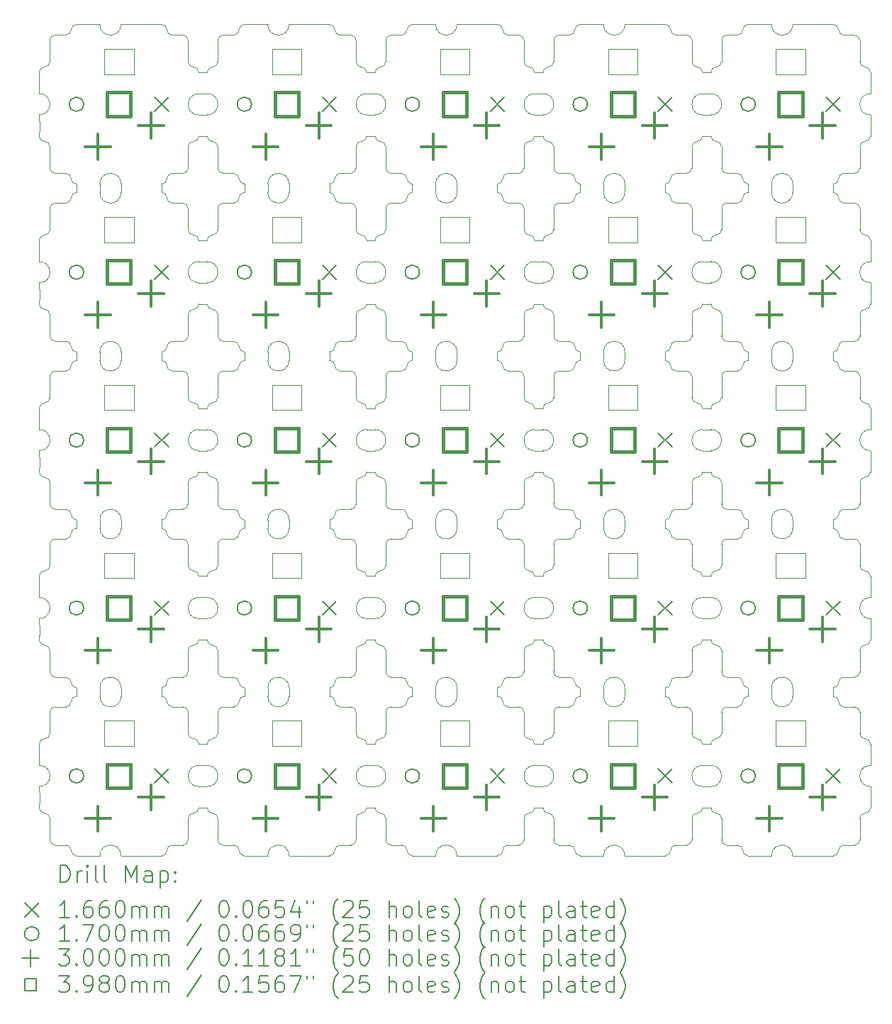
<source format=gbr>
%FSLAX45Y45*%
G04 Gerber Fmt 4.5, Leading zero omitted, Abs format (unit mm)*
G04 Created by KiCad (PCBNEW (6.0.4-0)) date 2022-05-03 13:05:35*
%MOMM*%
%LPD*%
G01*
G04 APERTURE LIST*
%TA.AperFunction,Profile*%
%ADD10C,0.100000*%
%TD*%
%ADD11C,0.200000*%
%ADD12C,0.166000*%
%ADD13C,0.170000*%
%ADD14C,0.300000*%
%ADD15C,0.398018*%
G04 APERTURE END LIST*
D10*
X15588500Y-23833100D02*
X15588500Y-23933100D01*
X13583500Y-23833100D02*
X13583500Y-23933100D01*
X11578500Y-23833100D02*
X11578500Y-23933100D01*
X9573500Y-23833100D02*
X9573500Y-23933100D01*
X7568500Y-23833100D02*
X7568500Y-23933100D01*
X15588500Y-21828100D02*
X15588500Y-21928100D01*
X13583500Y-21828100D02*
X13583500Y-21928100D01*
X11578500Y-21828100D02*
X11578500Y-21928100D01*
X9573500Y-21828100D02*
X9573500Y-21928100D01*
X7568500Y-21828100D02*
X7568500Y-21928100D01*
X15588500Y-19823100D02*
X15588500Y-19923100D01*
X13583500Y-19823100D02*
X13583500Y-19923100D01*
X11578500Y-19823100D02*
X11578500Y-19923100D01*
X9573500Y-19823100D02*
X9573500Y-19923100D01*
X7568500Y-19823100D02*
X7568500Y-19923100D01*
X15588500Y-17818100D02*
X15588500Y-17918100D01*
X13583500Y-17818100D02*
X13583500Y-17918100D01*
X11578500Y-17818100D02*
X11578500Y-17918100D01*
X9573500Y-17818100D02*
X9573500Y-17918100D01*
X7568500Y-17818100D02*
X7568500Y-17918100D01*
X15334500Y-23833100D02*
X15334500Y-23933100D01*
X13329500Y-23833100D02*
X13329500Y-23933100D01*
X11324500Y-23833100D02*
X11324500Y-23933100D01*
X9319500Y-23833100D02*
X9319500Y-23933100D01*
X7314500Y-23833100D02*
X7314500Y-23933100D01*
X15334500Y-21828100D02*
X15334500Y-21928100D01*
X13329500Y-21828100D02*
X13329500Y-21928100D01*
X11324500Y-21828100D02*
X11324500Y-21928100D01*
X9319500Y-21828100D02*
X9319500Y-21928100D01*
X7314500Y-21828100D02*
X7314500Y-21928100D01*
X15334500Y-19823100D02*
X15334500Y-19923100D01*
X13329500Y-19823100D02*
X13329500Y-19923100D01*
X11324500Y-19823100D02*
X11324500Y-19923100D01*
X9319500Y-19823100D02*
X9319500Y-19923100D01*
X7314500Y-19823100D02*
X7314500Y-19923100D01*
X15334500Y-17818100D02*
X15334500Y-17918100D01*
X13329500Y-17818100D02*
X13329500Y-17918100D01*
X11324500Y-17818100D02*
X11324500Y-17918100D01*
X9319500Y-17818100D02*
X9319500Y-17918100D01*
X7314500Y-17818100D02*
X7314500Y-17918100D01*
X14511300Y-25012600D02*
X14611300Y-25012600D01*
X14511300Y-24758600D02*
X14611300Y-24758600D01*
X12506300Y-25012600D02*
X12606300Y-25012600D01*
X12506300Y-24758600D02*
X12606300Y-24758600D01*
X10501300Y-25012600D02*
X10601300Y-25012600D01*
X10501300Y-24758600D02*
X10601300Y-24758600D01*
X8496300Y-25012600D02*
X8596300Y-25012600D01*
X8496300Y-24758600D02*
X8596300Y-24758600D01*
X14511300Y-23007600D02*
X14611300Y-23007600D01*
X14511300Y-22753600D02*
X14611300Y-22753600D01*
X12506300Y-23007600D02*
X12606300Y-23007600D01*
X12506300Y-22753600D02*
X12606300Y-22753600D01*
X10501300Y-23007600D02*
X10601300Y-23007600D01*
X10501300Y-22753600D02*
X10601300Y-22753600D01*
X8496300Y-23007600D02*
X8596300Y-23007600D01*
X8496300Y-22753600D02*
X8596300Y-22753600D01*
X14511300Y-21002600D02*
X14611300Y-21002600D01*
X14511300Y-20748600D02*
X14611300Y-20748600D01*
X12506300Y-21002600D02*
X12606300Y-21002600D01*
X12506300Y-20748600D02*
X12606300Y-20748600D01*
X10501300Y-21002600D02*
X10601300Y-21002600D01*
X10501300Y-20748600D02*
X10601300Y-20748600D01*
X8496300Y-21002600D02*
X8596300Y-21002600D01*
X8496300Y-20748600D02*
X8596300Y-20748600D01*
X14511300Y-18997600D02*
X14611300Y-18997600D01*
X14511300Y-18743600D02*
X14611300Y-18743600D01*
X12506300Y-18997600D02*
X12606300Y-18997600D01*
X12506300Y-18743600D02*
X12606300Y-18743600D01*
X10501300Y-18997600D02*
X10601300Y-18997600D01*
X10501300Y-18743600D02*
X10601300Y-18743600D01*
X8496300Y-18997600D02*
X8596300Y-18997600D01*
X8496300Y-18743600D02*
X8596300Y-18743600D01*
X14511300Y-16992600D02*
X14611300Y-16992600D01*
X14511300Y-16738600D02*
X14611300Y-16738600D01*
X12506300Y-16992600D02*
X12606300Y-16992600D01*
X12506300Y-16738600D02*
X12606300Y-16738600D01*
X10501300Y-16992600D02*
X10601300Y-16992600D01*
X10501300Y-16738600D02*
X10601300Y-16738600D01*
X8496300Y-16992600D02*
X8596300Y-16992600D01*
X8496300Y-16738600D02*
X8596300Y-16738600D01*
X8305800Y-17691100D02*
X8178800Y-17691100D01*
X7368700Y-16206550D02*
X7368700Y-16508650D01*
X7368700Y-16508650D02*
X7718900Y-16508650D01*
X7718900Y-16508650D02*
X7718900Y-16206550D01*
X7718900Y-16206550D02*
X7368700Y-16206550D01*
X8178800Y-16040100D02*
X8305800Y-16040100D01*
X8369300Y-16103600D02*
X8369300Y-16357600D01*
X6781800Y-16040100D02*
X6908800Y-16040100D01*
X6718300Y-16103600D02*
X6718300Y-16357600D01*
X6718300Y-17373600D02*
X6718300Y-17627600D01*
X6781800Y-17691100D02*
X6908800Y-17691100D01*
X8369300Y-17627600D02*
X8369300Y-17373600D01*
X7314500Y-15913100D02*
G75*
G03*
X7568500Y-15913100I127000J0D01*
G01*
X7568500Y-17818100D02*
G75*
G03*
X7314500Y-17818100I-127000J0D01*
G01*
X8659800Y-16421100D02*
G75*
G03*
X8723300Y-16357600I0J63500D01*
G01*
X6972300Y-21764600D02*
G75*
G03*
X7035800Y-21828100I63500J0D01*
G01*
X14320800Y-21701100D02*
X14193800Y-21701100D01*
X10982300Y-17754600D02*
G75*
G03*
X11045800Y-17818100I63500J0D01*
G01*
X8723300Y-19378600D02*
X8723300Y-19632600D01*
X14511300Y-20494600D02*
X14611300Y-20494600D01*
X7035800Y-15913100D02*
X7147500Y-15913100D01*
X6908800Y-20050100D02*
G75*
G03*
X6972300Y-19986600I0J63500D01*
G01*
X16516300Y-24504600D02*
G75*
G03*
X16452800Y-24441100I-63500J0D01*
G01*
X8432800Y-21320100D02*
G75*
G03*
X8369300Y-21383600I0J-63500D01*
G01*
X10728300Y-21383600D02*
G75*
G03*
X10664800Y-21320100I-63500J0D01*
G01*
X10601300Y-21256600D02*
G75*
G03*
X10664800Y-21320100I63500J0D01*
G01*
X14801800Y-18045100D02*
X14928800Y-18045100D01*
X12987300Y-25774600D02*
G75*
G03*
X13050800Y-25838100I63500J0D01*
G01*
X8913800Y-20050100D02*
G75*
G03*
X8977300Y-19986600I0J63500D01*
G01*
X9319500Y-15913100D02*
G75*
G03*
X9573500Y-15913100I127000J0D01*
G01*
X14130300Y-17981600D02*
G75*
G03*
X14066800Y-17918100I-63500J0D01*
G01*
X12796800Y-18045100D02*
X12923800Y-18045100D01*
X6718300Y-19378600D02*
G75*
G03*
X6654800Y-19315100I-63500J0D01*
G01*
X14447800Y-17310100D02*
G75*
G03*
X14511300Y-17246600I0J63500D01*
G01*
X15055800Y-25838100D02*
X15167500Y-25838100D01*
X8178800Y-20050100D02*
X8305800Y-20050100D01*
X11578500Y-19823100D02*
G75*
G03*
X11324500Y-19823100I-127000J0D01*
G01*
X9373700Y-22221550D02*
X9373700Y-22523650D01*
X10501300Y-18489600D02*
G75*
G03*
X10437800Y-18426100I-63500J0D01*
G01*
X14611300Y-21256600D02*
G75*
G03*
X14674800Y-21320100I63500J0D01*
G01*
X10791800Y-18045100D02*
X10918800Y-18045100D01*
X9373700Y-18211550D02*
X9373700Y-18513650D01*
X8432800Y-17310100D02*
G75*
G03*
X8496300Y-17246600I0J63500D01*
G01*
X6972300Y-17754600D02*
G75*
G03*
X7035800Y-17818100I63500J0D01*
G01*
X13383700Y-24528650D02*
X13733900Y-24528650D01*
X8051800Y-23833100D02*
G75*
G03*
X8115300Y-23769600I0J63500D01*
G01*
X10310800Y-25711100D02*
X10183800Y-25711100D01*
X10374300Y-23642600D02*
X10374300Y-23388600D01*
X10982300Y-23769600D02*
G75*
G03*
X10918800Y-23706100I-63500J0D01*
G01*
X10056800Y-19823100D02*
G75*
G03*
X10120300Y-19759600I0J63500D01*
G01*
X14992300Y-19759600D02*
G75*
G03*
X15055800Y-19823100I63500J0D01*
G01*
X16389300Y-22118600D02*
X16389300Y-22372600D01*
X10664800Y-20431100D02*
G75*
G03*
X10601300Y-20494600I0J-63500D01*
G01*
X14511300Y-16484600D02*
G75*
G03*
X14447800Y-16421100I-63500J0D01*
G01*
X10918800Y-18045100D02*
G75*
G03*
X10982300Y-17981600I0J63500D01*
G01*
X9573500Y-15913100D02*
X9962500Y-15913100D01*
X12506300Y-24504600D02*
X12606300Y-24504600D01*
X6591300Y-20748600D02*
X6591300Y-20607500D01*
X10437800Y-21320100D02*
G75*
G03*
X10374300Y-21383600I0J-63500D01*
G01*
X11578500Y-15913100D02*
X11967500Y-15913100D01*
X11378700Y-20518650D02*
X11728900Y-20518650D01*
X10374300Y-24123600D02*
G75*
G03*
X10310800Y-24060100I-63500J0D01*
G01*
X12506300Y-17246600D02*
X12606300Y-17246600D01*
X10437800Y-17310100D02*
G75*
G03*
X10374300Y-17373600I0J-63500D01*
G01*
X6718300Y-21383600D02*
X6718300Y-21637600D01*
X14511300Y-24758600D02*
G75*
G03*
X14511300Y-25012600I0J-127000D01*
G01*
X10056800Y-21828100D02*
X10056800Y-21928100D01*
X10982300Y-17754600D02*
G75*
G03*
X10918800Y-17691100I-63500J0D01*
G01*
X16516300Y-22499600D02*
X16517500Y-22612500D01*
X12379300Y-20113600D02*
G75*
G03*
X12315800Y-20050100I-63500J0D01*
G01*
X10728300Y-23388600D02*
G75*
G03*
X10664800Y-23325100I-63500J0D01*
G01*
X6591300Y-18743600D02*
X6591300Y-18602500D01*
X10601300Y-21002600D02*
G75*
G03*
X10601300Y-20748600I0J127000D01*
G01*
X8723300Y-25647600D02*
G75*
G03*
X8786800Y-25711100I63500J0D01*
G01*
X14066800Y-19823100D02*
G75*
G03*
X14130300Y-19759600I0J63500D01*
G01*
X10310800Y-21701100D02*
X10183800Y-21701100D01*
X10501300Y-16484600D02*
X10601300Y-16484600D01*
X12669800Y-22436100D02*
G75*
G03*
X12733300Y-22372600I0J63500D01*
G01*
X13733900Y-24528650D02*
X13733900Y-24226550D01*
X10664800Y-18426100D02*
G75*
G03*
X10601300Y-18489600I0J-63500D01*
G01*
X8496300Y-20494600D02*
G75*
G03*
X8432800Y-20431100I-63500J0D01*
G01*
X15388700Y-20518650D02*
X15738900Y-20518650D01*
X12188800Y-19696100D02*
G75*
G03*
X12125300Y-19759600I0J-63500D01*
G01*
X16389300Y-25647600D02*
X16389300Y-25393600D01*
X16135300Y-23996600D02*
G75*
G03*
X16198800Y-24060100I63500J0D01*
G01*
X14801800Y-17691100D02*
X14928800Y-17691100D01*
X16516300Y-25012600D02*
X16517500Y-25157500D01*
X12379300Y-18108600D02*
G75*
G03*
X12315800Y-18045100I-63500J0D01*
G01*
X14320800Y-23706100D02*
G75*
G03*
X14384300Y-23642600I0J63500D01*
G01*
X8496300Y-16738600D02*
G75*
G03*
X8496300Y-16992600I0J-127000D01*
G01*
X8369300Y-20113600D02*
X8369300Y-20367600D01*
X8977300Y-19759600D02*
G75*
G03*
X9040800Y-19823100I63500J0D01*
G01*
X16516300Y-16738600D02*
G75*
G03*
X16516300Y-16992600I0J-127000D01*
G01*
X15388700Y-16508650D02*
X15738900Y-16508650D01*
X8496300Y-22499600D02*
G75*
G03*
X8432800Y-22436100I-63500J0D01*
G01*
X13050800Y-17918100D02*
G75*
G03*
X12987300Y-17981600I0J-63500D01*
G01*
X12796800Y-22055100D02*
G75*
G03*
X12733300Y-22118600I0J-63500D01*
G01*
X11378700Y-16206550D02*
X11378700Y-16508650D01*
X15738900Y-24226550D02*
X15388700Y-24226550D01*
X10918800Y-20050100D02*
G75*
G03*
X10982300Y-19986600I0J63500D01*
G01*
X13050800Y-25838100D02*
X13162500Y-25838100D01*
X12379300Y-16103600D02*
X12379300Y-16357600D01*
X8496300Y-21256600D02*
X8596300Y-21256600D01*
X6591300Y-20607500D02*
X6591300Y-20494600D01*
X16325800Y-17691100D02*
G75*
G03*
X16389300Y-17627600I0J63500D01*
G01*
X16071800Y-21828100D02*
G75*
G03*
X16135300Y-21764600I0J63500D01*
G01*
X8659800Y-20431100D02*
G75*
G03*
X8723300Y-20367600I0J63500D01*
G01*
X14193800Y-17691100D02*
G75*
G03*
X14130300Y-17754600I0J-63500D01*
G01*
X16452800Y-17310100D02*
G75*
G03*
X16516300Y-17246600I0J63500D01*
G01*
X12188800Y-17691100D02*
G75*
G03*
X12125300Y-17754600I0J-63500D01*
G01*
X6972300Y-25774600D02*
G75*
G03*
X7035800Y-25838100I63500J0D01*
G01*
X13383700Y-18211550D02*
X13383700Y-18513650D01*
X10728300Y-19632600D02*
G75*
G03*
X10791800Y-19696100I63500J0D01*
G01*
X15738900Y-18211550D02*
X15388700Y-18211550D01*
X12379300Y-22372600D02*
G75*
G03*
X12442800Y-22436100I63500J0D01*
G01*
X12987300Y-21764600D02*
G75*
G03*
X12923800Y-21701100I-63500J0D01*
G01*
X8178800Y-24060100D02*
X8305800Y-24060100D01*
X10918800Y-22055100D02*
G75*
G03*
X10982300Y-21991600I0J63500D01*
G01*
X14992300Y-23769600D02*
G75*
G03*
X14928800Y-23706100I-63500J0D01*
G01*
X6591300Y-22612500D02*
X6591300Y-22499600D01*
X13050800Y-21928100D02*
G75*
G03*
X12987300Y-21991600I0J-63500D01*
G01*
X12733300Y-21383600D02*
G75*
G03*
X12669800Y-21320100I-63500J0D01*
G01*
X16389300Y-18108600D02*
G75*
G03*
X16325800Y-18045100I-63500J0D01*
G01*
X14738300Y-21383600D02*
X14738300Y-21637600D01*
X8432800Y-19315100D02*
G75*
G03*
X8496300Y-19251600I0J63500D01*
G01*
X10056800Y-17818100D02*
G75*
G03*
X10120300Y-17754600I0J63500D01*
G01*
X16325800Y-19696100D02*
X16198800Y-19696100D01*
X12442800Y-19315100D02*
G75*
G03*
X12379300Y-19378600I0J-63500D01*
G01*
X8051800Y-15913100D02*
X7957500Y-15913100D01*
X14384300Y-20113600D02*
G75*
G03*
X14320800Y-20050100I-63500J0D01*
G01*
X8369300Y-25647600D02*
X8369300Y-25393600D01*
X14511300Y-24504600D02*
X14611300Y-24504600D01*
X15388700Y-20216550D02*
X15388700Y-20518650D01*
X6972300Y-23769600D02*
G75*
G03*
X7035800Y-23833100I63500J0D01*
G01*
X14801800Y-22055100D02*
X14928800Y-22055100D01*
X14066800Y-25838100D02*
X13972500Y-25837500D01*
X12669800Y-20431100D02*
G75*
G03*
X12733300Y-20367600I0J63500D01*
G01*
X6591300Y-23261600D02*
G75*
G03*
X6654800Y-23325100I63500J0D01*
G01*
X11045800Y-17918100D02*
G75*
G03*
X10982300Y-17981600I0J-63500D01*
G01*
X6591300Y-21002600D02*
G75*
G03*
X6591300Y-20748600I0J127000D01*
G01*
X14193800Y-20050100D02*
X14320800Y-20050100D01*
X9573500Y-21828100D02*
G75*
G03*
X9319500Y-21828100I-127000J0D01*
G01*
X16135300Y-17981600D02*
G75*
G03*
X16071800Y-17918100I-63500J0D01*
G01*
X15738900Y-20518650D02*
X15738900Y-20216550D01*
X14320800Y-19696100D02*
X14193800Y-19696100D01*
X15388700Y-18211550D02*
X15388700Y-18513650D01*
X12379300Y-24377600D02*
G75*
G03*
X12442800Y-24441100I63500J0D01*
G01*
X14674800Y-24441100D02*
G75*
G03*
X14611300Y-24504600I0J-63500D01*
G01*
X10120300Y-23996600D02*
G75*
G03*
X10183800Y-24060100I63500J0D01*
G01*
X6718300Y-19378600D02*
X6718300Y-19632600D01*
X12606300Y-23261600D02*
G75*
G03*
X12669800Y-23325100I63500J0D01*
G01*
X8659800Y-16421100D02*
G75*
G03*
X8596300Y-16484600I0J-63500D01*
G01*
X10310800Y-17691100D02*
G75*
G03*
X10374300Y-17627600I0J63500D01*
G01*
X9040800Y-21828100D02*
X9040800Y-21928100D01*
X6781800Y-22055100D02*
G75*
G03*
X6718300Y-22118600I0J-63500D01*
G01*
X7314500Y-23933100D02*
G75*
G03*
X7568500Y-23933100I127000J0D01*
G01*
X7718900Y-18513650D02*
X7718900Y-18211550D01*
X9152500Y-15913100D02*
X9319500Y-15913100D01*
X10728300Y-19378600D02*
X10728300Y-19632600D01*
X10664800Y-16421100D02*
G75*
G03*
X10728300Y-16357600I0J63500D01*
G01*
X10791800Y-21701100D02*
X10918800Y-21701100D01*
X7314500Y-21928100D02*
G75*
G03*
X7568500Y-21928100I127000J0D01*
G01*
X14447800Y-19315100D02*
G75*
G03*
X14511300Y-19251600I0J63500D01*
G01*
X8786800Y-24060100D02*
G75*
G03*
X8723300Y-24123600I0J-63500D01*
G01*
X7718900Y-22523650D02*
X7718900Y-22221550D01*
X8659800Y-24441100D02*
G75*
G03*
X8596300Y-24504600I0J-63500D01*
G01*
X6591300Y-24758600D02*
X6591300Y-24617500D01*
X9373700Y-16206550D02*
X9373700Y-16508650D01*
X12379300Y-22118600D02*
G75*
G03*
X12315800Y-22055100I-63500J0D01*
G01*
X10120300Y-23996600D02*
G75*
G03*
X10056800Y-23933100I-63500J0D01*
G01*
X12442800Y-23325100D02*
G75*
G03*
X12379300Y-23388600I0J-63500D01*
G01*
X14511300Y-22499600D02*
X14611300Y-22499600D01*
X12733300Y-25393600D02*
X12733300Y-25647600D01*
X9573500Y-17818100D02*
G75*
G03*
X9319500Y-17818100I-127000J0D01*
G01*
X15055800Y-15913100D02*
G75*
G03*
X14992300Y-15976600I0J-63500D01*
G01*
X8723300Y-19378600D02*
G75*
G03*
X8659800Y-19315100I-63500J0D01*
G01*
X6591300Y-25266600D02*
G75*
G03*
X6654800Y-25330100I63500J0D01*
G01*
X14193800Y-21701100D02*
G75*
G03*
X14130300Y-21764600I0J-63500D01*
G01*
X10374300Y-16103600D02*
G75*
G03*
X10310800Y-16040100I-63500J0D01*
G01*
X9723900Y-16508650D02*
X9723900Y-16206550D01*
X15334500Y-19923100D02*
G75*
G03*
X15588500Y-19923100I127000J0D01*
G01*
X15588500Y-25838100D02*
G75*
G03*
X15334500Y-25838100I-127000J0D01*
G01*
X13050800Y-15913100D02*
X13162500Y-15913100D01*
X12733300Y-24123600D02*
X12733300Y-24377600D01*
X12125300Y-17981600D02*
G75*
G03*
X12188800Y-18045100I63500J0D01*
G01*
X12796800Y-16040100D02*
X12923800Y-16040100D01*
X14193800Y-24060100D02*
X14320800Y-24060100D01*
X12669800Y-16421100D02*
G75*
G03*
X12606300Y-16484600I0J-63500D01*
G01*
X8051800Y-17818100D02*
G75*
G03*
X8115300Y-17754600I0J63500D01*
G01*
X11045800Y-19823100D02*
X11045800Y-19923100D01*
X8432800Y-25330100D02*
G75*
G03*
X8369300Y-25393600I0J-63500D01*
G01*
X8051800Y-19823100D02*
X8051800Y-19923100D01*
X10501300Y-16484600D02*
G75*
G03*
X10437800Y-16421100I-63500J0D01*
G01*
X12506300Y-16738600D02*
G75*
G03*
X12506300Y-16992600I0J-127000D01*
G01*
X8977300Y-21764600D02*
G75*
G03*
X9040800Y-21828100I63500J0D01*
G01*
X12061800Y-17818100D02*
G75*
G03*
X12125300Y-17754600I0J63500D01*
G01*
X13329500Y-21928100D02*
G75*
G03*
X13583500Y-21928100I127000J0D01*
G01*
X10664800Y-20431100D02*
G75*
G03*
X10728300Y-20367600I0J63500D01*
G01*
X16516300Y-24504600D02*
X16517500Y-24617500D01*
X12733300Y-17627600D02*
G75*
G03*
X12796800Y-17691100I63500J0D01*
G01*
X10501300Y-18743600D02*
G75*
G03*
X10501300Y-18997600I0J-127000D01*
G01*
X7718900Y-24226550D02*
X7368700Y-24226550D01*
X14801800Y-16040100D02*
X14928800Y-16040100D01*
X16516300Y-20494600D02*
X16517500Y-20607500D01*
X8596300Y-23007600D02*
G75*
G03*
X8596300Y-22753600I0J127000D01*
G01*
X12506300Y-20494600D02*
X12606300Y-20494600D01*
X8051800Y-25838100D02*
X7957500Y-25837500D01*
X12442800Y-25330100D02*
G75*
G03*
X12506300Y-25266600I0J63500D01*
G01*
X10728300Y-25647600D02*
G75*
G03*
X10791800Y-25711100I63500J0D01*
G01*
X9723900Y-22523650D02*
X9723900Y-22221550D01*
X10310800Y-17691100D02*
X10183800Y-17691100D01*
X9040800Y-23933100D02*
G75*
G03*
X8977300Y-23996600I0J-63500D01*
G01*
X15388700Y-18513650D02*
X15738900Y-18513650D01*
X6591300Y-25012600D02*
G75*
G03*
X6591300Y-24758600I0J127000D01*
G01*
X10437800Y-25330100D02*
G75*
G03*
X10374300Y-25393600I0J-63500D01*
G01*
X14801800Y-25711100D02*
X14928800Y-25711100D01*
X9723900Y-18211550D02*
X9373700Y-18211550D01*
X8786800Y-16040100D02*
X8913800Y-16040100D01*
X11324500Y-21928100D02*
G75*
G03*
X11578500Y-21928100I127000J0D01*
G01*
X10601300Y-16992600D02*
G75*
G03*
X10601300Y-16738600I0J127000D01*
G01*
X12506300Y-24758600D02*
G75*
G03*
X12506300Y-25012600I0J-127000D01*
G01*
X11728900Y-16206550D02*
X11378700Y-16206550D01*
X14384300Y-24377600D02*
G75*
G03*
X14447800Y-24441100I63500J0D01*
G01*
X6718300Y-17627600D02*
G75*
G03*
X6781800Y-17691100I63500J0D01*
G01*
X7035800Y-21828100D02*
X7035800Y-21928100D01*
X14511300Y-18489600D02*
G75*
G03*
X14447800Y-18426100I-63500J0D01*
G01*
X14511300Y-24504600D02*
G75*
G03*
X14447800Y-24441100I-63500J0D01*
G01*
X14130300Y-21991600D02*
G75*
G03*
X14066800Y-21928100I-63500J0D01*
G01*
X8369300Y-16357600D02*
G75*
G03*
X8432800Y-16421100I63500J0D01*
G01*
X9573500Y-25838100D02*
X9962500Y-25837500D01*
X14066800Y-25838100D02*
G75*
G03*
X14130300Y-25774600I0J63500D01*
G01*
X12669800Y-18426100D02*
G75*
G03*
X12733300Y-18362600I0J63500D01*
G01*
X7314500Y-17918100D02*
G75*
G03*
X7568500Y-17918100I127000J0D01*
G01*
X11728900Y-18211550D02*
X11378700Y-18211550D01*
X6781800Y-24060100D02*
G75*
G03*
X6718300Y-24123600I0J-63500D01*
G01*
X14738300Y-19632600D02*
G75*
G03*
X14801800Y-19696100I63500J0D01*
G01*
X15334500Y-25838100D02*
X15167500Y-25838100D01*
X6654800Y-22436100D02*
G75*
G03*
X6718300Y-22372600I0J63500D01*
G01*
X13383700Y-18513650D02*
X13733900Y-18513650D01*
X14193800Y-18045100D02*
X14320800Y-18045100D01*
X7368700Y-24528650D02*
X7718900Y-24528650D01*
X10310800Y-21701100D02*
G75*
G03*
X10374300Y-21637600I0J63500D01*
G01*
X14384300Y-16103600D02*
G75*
G03*
X14320800Y-16040100I-63500J0D01*
G01*
X12796800Y-20050100D02*
G75*
G03*
X12733300Y-20113600I0J-63500D01*
G01*
X16325800Y-25711100D02*
X16198800Y-25711100D01*
X8596300Y-16992600D02*
G75*
G03*
X8596300Y-16738600I0J127000D01*
G01*
X15388700Y-22523650D02*
X15738900Y-22523650D01*
X10728300Y-23642600D02*
G75*
G03*
X10791800Y-23706100I63500J0D01*
G01*
X13050800Y-17818100D02*
X13050800Y-17918100D01*
X13050800Y-21828100D02*
X13050800Y-21928100D01*
X14801800Y-19696100D02*
X14928800Y-19696100D01*
X8305800Y-23706100D02*
X8178800Y-23706100D01*
X14611300Y-17246600D02*
G75*
G03*
X14674800Y-17310100I63500J0D01*
G01*
X14066800Y-19823100D02*
X14066800Y-19923100D01*
X16452800Y-19315100D02*
G75*
G03*
X16516300Y-19251600I0J63500D01*
G01*
X14384300Y-20113600D02*
X14384300Y-20367600D01*
X8305800Y-19696100D02*
X8178800Y-19696100D01*
X16325800Y-19696100D02*
G75*
G03*
X16389300Y-19632600I0J63500D01*
G01*
X16198800Y-22055100D02*
X16325800Y-22055100D01*
X14130300Y-15976600D02*
G75*
G03*
X14193800Y-16040100I63500J0D01*
G01*
X14674800Y-22436100D02*
G75*
G03*
X14611300Y-22499600I0J-63500D01*
G01*
X15738900Y-22523650D02*
X15738900Y-22221550D01*
X6718300Y-18108600D02*
X6718300Y-18362600D01*
X12506300Y-18489600D02*
X12606300Y-18489600D01*
X14066800Y-21828100D02*
G75*
G03*
X14130300Y-21764600I0J63500D01*
G01*
X14738300Y-25647600D02*
G75*
G03*
X14801800Y-25711100I63500J0D01*
G01*
X14674800Y-22436100D02*
G75*
G03*
X14738300Y-22372600I0J63500D01*
G01*
X16452800Y-23325100D02*
G75*
G03*
X16389300Y-23388600I0J-63500D01*
G01*
X15055800Y-19923100D02*
G75*
G03*
X14992300Y-19986600I0J-63500D01*
G01*
X9040800Y-21928100D02*
G75*
G03*
X8977300Y-21991600I0J-63500D01*
G01*
X15588500Y-23833100D02*
G75*
G03*
X15334500Y-23833100I-127000J0D01*
G01*
X8596300Y-25266600D02*
G75*
G03*
X8659800Y-25330100I63500J0D01*
G01*
X10374300Y-16357600D02*
G75*
G03*
X10437800Y-16421100I63500J0D01*
G01*
X10791800Y-18045100D02*
G75*
G03*
X10728300Y-18108600I0J-63500D01*
G01*
X16516300Y-22499600D02*
G75*
G03*
X16452800Y-22436100I-63500J0D01*
G01*
X16516300Y-21002600D02*
X16517500Y-21147500D01*
X16516300Y-23261600D02*
X16517500Y-23152500D01*
X13733900Y-18513650D02*
X13733900Y-18211550D01*
X14611300Y-19251600D02*
G75*
G03*
X14674800Y-19315100I63500J0D01*
G01*
X16516300Y-16484600D02*
G75*
G03*
X16452800Y-16421100I-63500J0D01*
G01*
X7568500Y-23833100D02*
G75*
G03*
X7314500Y-23833100I-127000J0D01*
G01*
X14320800Y-25711100D02*
G75*
G03*
X14384300Y-25647600I0J63500D01*
G01*
X10791800Y-24060100D02*
X10918800Y-24060100D01*
X16516300Y-21256600D02*
X16517500Y-21147500D01*
X14738300Y-18108600D02*
X14738300Y-18362600D01*
X12125300Y-21991600D02*
G75*
G03*
X12061800Y-21928100I-63500J0D01*
G01*
X13383700Y-22523650D02*
X13733900Y-22523650D01*
X12379300Y-20367600D02*
G75*
G03*
X12442800Y-20431100I63500J0D01*
G01*
X12733300Y-23642600D02*
G75*
G03*
X12796800Y-23706100I63500J0D01*
G01*
X12733300Y-18108600D02*
X12733300Y-18362600D01*
X12188800Y-20050100D02*
X12315800Y-20050100D01*
X10374300Y-24377600D02*
G75*
G03*
X10437800Y-24441100I63500J0D01*
G01*
X10601300Y-25012600D02*
G75*
G03*
X10601300Y-24758600I0J127000D01*
G01*
X8913800Y-16040100D02*
G75*
G03*
X8977300Y-15976600I0J63500D01*
G01*
X16389300Y-19632600D02*
X16389300Y-19378600D01*
X10728300Y-22118600D02*
X10728300Y-22372600D01*
X8659800Y-18426100D02*
G75*
G03*
X8596300Y-18489600I0J-63500D01*
G01*
X12379300Y-20113600D02*
X12379300Y-20367600D01*
X7035800Y-23933100D02*
G75*
G03*
X6972300Y-23996600I0J-63500D01*
G01*
X10664800Y-16421100D02*
G75*
G03*
X10601300Y-16484600I0J-63500D01*
G01*
X11378700Y-24226550D02*
X11378700Y-24528650D01*
X10437800Y-17310100D02*
G75*
G03*
X10501300Y-17246600I0J63500D01*
G01*
X14674800Y-20431100D02*
G75*
G03*
X14611300Y-20494600I0J-63500D01*
G01*
X14928800Y-16040100D02*
G75*
G03*
X14992300Y-15976600I0J63500D01*
G01*
X8723300Y-23388600D02*
G75*
G03*
X8659800Y-23325100I-63500J0D01*
G01*
X10501300Y-24758600D02*
G75*
G03*
X10501300Y-25012600I0J-127000D01*
G01*
X10056800Y-23833100D02*
X10056800Y-23933100D01*
X11728900Y-24528650D02*
X11728900Y-24226550D01*
X10374300Y-22118600D02*
G75*
G03*
X10310800Y-22055100I-63500J0D01*
G01*
X10982300Y-23769600D02*
G75*
G03*
X11045800Y-23833100I63500J0D01*
G01*
X14193800Y-25711100D02*
G75*
G03*
X14130300Y-25774600I0J-63500D01*
G01*
X10728300Y-17373600D02*
G75*
G03*
X10664800Y-17310100I-63500J0D01*
G01*
X14738300Y-25393600D02*
G75*
G03*
X14674800Y-25330100I-63500J0D01*
G01*
X14384300Y-20367600D02*
G75*
G03*
X14447800Y-20431100I63500J0D01*
G01*
X8305800Y-17691100D02*
G75*
G03*
X8369300Y-17627600I0J63500D01*
G01*
X8496300Y-17246600D02*
X8596300Y-17246600D01*
X11045800Y-23933100D02*
G75*
G03*
X10982300Y-23996600I0J-63500D01*
G01*
X8977300Y-19759600D02*
G75*
G03*
X8913800Y-19696100I-63500J0D01*
G01*
X12379300Y-22118600D02*
X12379300Y-22372600D01*
X12796800Y-17691100D02*
X12923800Y-17691100D01*
X6908800Y-24060100D02*
G75*
G03*
X6972300Y-23996600I0J63500D01*
G01*
X8496300Y-18489600D02*
G75*
G03*
X8432800Y-18426100I-63500J0D01*
G01*
X10728300Y-21637600D02*
G75*
G03*
X10791800Y-21701100I63500J0D01*
G01*
X16389300Y-23642600D02*
X16389300Y-23388600D01*
X9040800Y-19923100D02*
G75*
G03*
X8977300Y-19986600I0J-63500D01*
G01*
X12606300Y-21002600D02*
G75*
G03*
X12606300Y-20748600I0J127000D01*
G01*
X10310800Y-23706100D02*
G75*
G03*
X10374300Y-23642600I0J63500D01*
G01*
X14992300Y-21764600D02*
G75*
G03*
X14928800Y-21701100I-63500J0D01*
G01*
X6781800Y-20050100D02*
G75*
G03*
X6718300Y-20113600I0J-63500D01*
G01*
X8659800Y-24441100D02*
G75*
G03*
X8723300Y-24377600I0J63500D01*
G01*
X13583500Y-15913100D02*
X13972500Y-15913100D01*
X6591300Y-23007600D02*
G75*
G03*
X6591300Y-22753600I0J127000D01*
G01*
X10310800Y-25711100D02*
G75*
G03*
X10374300Y-25647600I0J63500D01*
G01*
X15738900Y-16508650D02*
X15738900Y-16206550D01*
X16198800Y-18045100D02*
X16325800Y-18045100D01*
X8596300Y-19251600D02*
G75*
G03*
X8659800Y-19315100I63500J0D01*
G01*
X10664800Y-24441100D02*
G75*
G03*
X10601300Y-24504600I0J-63500D01*
G01*
X8369300Y-22118600D02*
G75*
G03*
X8305800Y-22055100I-63500J0D01*
G01*
X14384300Y-21637600D02*
X14384300Y-21383600D01*
X14193800Y-22055100D02*
X14320800Y-22055100D01*
X12987300Y-25774600D02*
G75*
G03*
X12923800Y-25711100I-63500J0D01*
G01*
X14611300Y-23007600D02*
G75*
G03*
X14611300Y-22753600I0J127000D01*
G01*
X10183800Y-21701100D02*
G75*
G03*
X10120300Y-21764600I0J-63500D01*
G01*
X6591300Y-21002600D02*
X6592500Y-21147500D01*
X8977300Y-25774600D02*
G75*
G03*
X9040800Y-25838100I63500J0D01*
G01*
X12606300Y-19251600D02*
G75*
G03*
X12669800Y-19315100I63500J0D01*
G01*
X8723300Y-25393600D02*
G75*
G03*
X8659800Y-25330100I-63500J0D01*
G01*
X16198800Y-16040100D02*
X16325800Y-16040100D01*
X6972300Y-19759600D02*
G75*
G03*
X7035800Y-19823100I63500J0D01*
G01*
X10056800Y-25838100D02*
G75*
G03*
X10120300Y-25774600I0J63500D01*
G01*
X12442800Y-19315100D02*
G75*
G03*
X12506300Y-19251600I0J63500D01*
G01*
X16516300Y-20748600D02*
G75*
G03*
X16516300Y-21002600I0J-127000D01*
G01*
X14511300Y-20748600D02*
G75*
G03*
X14511300Y-21002600I0J-127000D01*
G01*
X10374300Y-18108600D02*
X10374300Y-18362600D01*
X12796800Y-18045100D02*
G75*
G03*
X12733300Y-18108600I0J-63500D01*
G01*
X12923800Y-16040100D02*
G75*
G03*
X12987300Y-15976600I0J63500D01*
G01*
X14447800Y-17310100D02*
G75*
G03*
X14384300Y-17373600I0J-63500D01*
G01*
X7035800Y-17918100D02*
G75*
G03*
X6972300Y-17981600I0J-63500D01*
G01*
X14511300Y-19251600D02*
X14611300Y-19251600D01*
X10601300Y-19251600D02*
G75*
G03*
X10664800Y-19315100I63500J0D01*
G01*
X16389300Y-20367600D02*
G75*
G03*
X16452800Y-20431100I63500J0D01*
G01*
X11324500Y-17918100D02*
G75*
G03*
X11578500Y-17918100I127000J0D01*
G01*
X12061800Y-25838100D02*
G75*
G03*
X12125300Y-25774600I0J63500D01*
G01*
X14674800Y-16421100D02*
G75*
G03*
X14738300Y-16357600I0J63500D01*
G01*
X12733300Y-16103600D02*
X12733300Y-16357600D01*
X10664800Y-18426100D02*
G75*
G03*
X10728300Y-18362600I0J63500D01*
G01*
X15738900Y-18513650D02*
X15738900Y-18211550D01*
X16325800Y-21701100D02*
G75*
G03*
X16389300Y-21637600I0J63500D01*
G01*
X10310800Y-23706100D02*
X10183800Y-23706100D01*
X12733300Y-20113600D02*
X12733300Y-20367600D01*
X9040800Y-15913100D02*
G75*
G03*
X8977300Y-15976600I0J-63500D01*
G01*
X7368700Y-20518650D02*
X7718900Y-20518650D01*
X11378700Y-20216550D02*
X11378700Y-20518650D01*
X8496300Y-24758600D02*
G75*
G03*
X8496300Y-25012600I0J-127000D01*
G01*
X8305800Y-21701100D02*
G75*
G03*
X8369300Y-21637600I0J63500D01*
G01*
X14320800Y-23706100D02*
X14193800Y-23706100D01*
X12733300Y-19378600D02*
X12733300Y-19632600D01*
X14992300Y-17754600D02*
G75*
G03*
X14928800Y-17691100I-63500J0D01*
G01*
X12796800Y-19696100D02*
X12923800Y-19696100D01*
X12188800Y-16040100D02*
X12315800Y-16040100D01*
X16452800Y-25330100D02*
G75*
G03*
X16516300Y-25266600I0J63500D01*
G01*
X9723900Y-18513650D02*
X9723900Y-18211550D01*
X10728300Y-21383600D02*
X10728300Y-21637600D01*
X9373700Y-20518650D02*
X9723900Y-20518650D01*
X16325800Y-23706100D02*
G75*
G03*
X16389300Y-23642600I0J63500D01*
G01*
X11578500Y-25838100D02*
G75*
G03*
X11324500Y-25838100I-127000J0D01*
G01*
X9040800Y-25838100D02*
X9152500Y-25838100D01*
X16389300Y-22118600D02*
G75*
G03*
X16325800Y-22055100I-63500J0D01*
G01*
X14130300Y-23996600D02*
G75*
G03*
X14193800Y-24060100I63500J0D01*
G01*
X6908800Y-18045100D02*
G75*
G03*
X6972300Y-17981600I0J63500D01*
G01*
X6781800Y-18045100D02*
G75*
G03*
X6718300Y-18108600I0J-63500D01*
G01*
X14447800Y-19315100D02*
G75*
G03*
X14384300Y-19378600I0J-63500D01*
G01*
X15055800Y-19823100D02*
X15055800Y-19923100D01*
X6718300Y-22118600D02*
X6718300Y-22372600D01*
X10437800Y-19315100D02*
G75*
G03*
X10374300Y-19378600I0J-63500D01*
G01*
X8369300Y-16103600D02*
G75*
G03*
X8305800Y-16040100I-63500J0D01*
G01*
X12606300Y-16992600D02*
G75*
G03*
X12606300Y-16738600I0J127000D01*
G01*
X14738300Y-19378600D02*
X14738300Y-19632600D01*
X12188800Y-25711100D02*
G75*
G03*
X12125300Y-25774600I0J-63500D01*
G01*
X10791800Y-23706100D02*
X10918800Y-23706100D01*
X12315800Y-21701100D02*
X12188800Y-21701100D01*
X6591300Y-16992600D02*
G75*
G03*
X6591300Y-16738600I0J127000D01*
G01*
X14511300Y-20494600D02*
G75*
G03*
X14447800Y-20431100I-63500J0D01*
G01*
X6718300Y-20113600D02*
X6718300Y-20367600D01*
X16389300Y-21637600D02*
X16389300Y-21383600D01*
X12125300Y-15976600D02*
G75*
G03*
X12188800Y-16040100I63500J0D01*
G01*
X14801800Y-23706100D02*
X14928800Y-23706100D01*
X9723900Y-20518650D02*
X9723900Y-20216550D01*
X12506300Y-20494600D02*
G75*
G03*
X12442800Y-20431100I-63500J0D01*
G01*
X16389300Y-24123600D02*
X16389300Y-24377600D01*
X12733300Y-19632600D02*
G75*
G03*
X12796800Y-19696100I63500J0D01*
G01*
X10310800Y-19696100D02*
X10183800Y-19696100D01*
X12379300Y-23642600D02*
X12379300Y-23388600D01*
X10982300Y-21764600D02*
G75*
G03*
X11045800Y-21828100I63500J0D01*
G01*
X12506300Y-18743600D02*
G75*
G03*
X12506300Y-18997600I0J-127000D01*
G01*
X8723300Y-17373600D02*
X8723300Y-17627600D01*
X12506300Y-25266600D02*
X12606300Y-25266600D01*
X6591300Y-21256600D02*
X6592500Y-21147500D01*
X8115300Y-17981600D02*
G75*
G03*
X8178800Y-18045100I63500J0D01*
G01*
X9040800Y-17818100D02*
X9040800Y-17918100D01*
X15738900Y-20216550D02*
X15388700Y-20216550D01*
X11728900Y-16508650D02*
X11728900Y-16206550D01*
X12796800Y-20050100D02*
X12923800Y-20050100D01*
X9040800Y-17918100D02*
G75*
G03*
X8977300Y-17981600I0J-63500D01*
G01*
X12379300Y-17627600D02*
X12379300Y-17373600D01*
X11578500Y-17818100D02*
G75*
G03*
X11324500Y-17818100I-127000J0D01*
G01*
X10791800Y-25711100D02*
X10918800Y-25711100D01*
X10791800Y-24060100D02*
G75*
G03*
X10728300Y-24123600I0J-63500D01*
G01*
X8305800Y-23706100D02*
G75*
G03*
X8369300Y-23642600I0J63500D01*
G01*
X12733300Y-21383600D02*
X12733300Y-21637600D01*
X14320800Y-17691100D02*
G75*
G03*
X14384300Y-17627600I0J63500D01*
G01*
X14611300Y-21002600D02*
G75*
G03*
X14611300Y-20748600I0J127000D01*
G01*
X6972300Y-23769600D02*
G75*
G03*
X6908800Y-23706100I-63500J0D01*
G01*
X16516300Y-24758600D02*
X16517500Y-24617500D01*
X12061800Y-23833100D02*
X12061800Y-23933100D01*
X10791800Y-22055100D02*
G75*
G03*
X10728300Y-22118600I0J-63500D01*
G01*
X8369300Y-18108600D02*
G75*
G03*
X8305800Y-18045100I-63500J0D01*
G01*
X7035800Y-15913100D02*
G75*
G03*
X6972300Y-15976600I0J-63500D01*
G01*
X14384300Y-18108600D02*
X14384300Y-18362600D01*
X14738300Y-20113600D02*
X14738300Y-20367600D01*
X8496300Y-23261600D02*
X8596300Y-23261600D01*
X16325800Y-25711100D02*
G75*
G03*
X16389300Y-25647600I0J63500D01*
G01*
X10374300Y-22372600D02*
G75*
G03*
X10437800Y-22436100I63500J0D01*
G01*
X8051800Y-19823100D02*
G75*
G03*
X8115300Y-19759600I0J63500D01*
G01*
X8115300Y-15976600D02*
G75*
G03*
X8051800Y-15913100I-63500J0D01*
G01*
X10437800Y-25330100D02*
G75*
G03*
X10501300Y-25266600I0J63500D01*
G01*
X14738300Y-23388600D02*
X14738300Y-23642600D01*
X13050800Y-23833100D02*
X13050800Y-23933100D01*
X14066800Y-23833100D02*
G75*
G03*
X14130300Y-23769600I0J63500D01*
G01*
X16516300Y-18489600D02*
G75*
G03*
X16452800Y-18426100I-63500J0D01*
G01*
X8369300Y-19632600D02*
X8369300Y-19378600D01*
X11324500Y-19923100D02*
G75*
G03*
X11578500Y-19923100I127000J0D01*
G01*
X11728900Y-20518650D02*
X11728900Y-20216550D01*
X12125300Y-19986600D02*
G75*
G03*
X12061800Y-19923100I-63500J0D01*
G01*
X6781800Y-24060100D02*
X6908800Y-24060100D01*
X8305800Y-25711100D02*
G75*
G03*
X8369300Y-25647600I0J63500D01*
G01*
X11045800Y-25838100D02*
X11157500Y-25838100D01*
X16516300Y-17246600D02*
X16517500Y-17137500D01*
X8496300Y-24504600D02*
X8596300Y-24504600D01*
X10501300Y-24504600D02*
G75*
G03*
X10437800Y-24441100I-63500J0D01*
G01*
X16516300Y-16992600D02*
X16517500Y-17137500D01*
X6718300Y-23642600D02*
G75*
G03*
X6781800Y-23706100I63500J0D01*
G01*
X8496300Y-16484600D02*
X8596300Y-16484600D01*
X8913800Y-18045100D02*
G75*
G03*
X8977300Y-17981600I0J63500D01*
G01*
X13733900Y-16206550D02*
X13383700Y-16206550D01*
X15388700Y-16206550D02*
X15388700Y-16508650D01*
X8496300Y-18743600D02*
G75*
G03*
X8496300Y-18997600I0J-127000D01*
G01*
X8178800Y-22055100D02*
X8305800Y-22055100D01*
X14384300Y-22372600D02*
G75*
G03*
X14447800Y-22436100I63500J0D01*
G01*
X14928800Y-20050100D02*
G75*
G03*
X14992300Y-19986600I0J63500D01*
G01*
X10501300Y-20494600D02*
X10601300Y-20494600D01*
X16198800Y-19696100D02*
G75*
G03*
X16135300Y-19759600I0J-63500D01*
G01*
X8305800Y-19696100D02*
G75*
G03*
X8369300Y-19632600I0J63500D01*
G01*
X12669800Y-24441100D02*
G75*
G03*
X12606300Y-24504600I0J-63500D01*
G01*
X14130300Y-21991600D02*
G75*
G03*
X14193800Y-22055100I63500J0D01*
G01*
X9373700Y-24528650D02*
X9723900Y-24528650D01*
X16325800Y-23706100D02*
X16198800Y-23706100D01*
X8178800Y-25711100D02*
G75*
G03*
X8115300Y-25774600I0J-63500D01*
G01*
X16071800Y-23833100D02*
X16071800Y-23933100D01*
X12188800Y-23706100D02*
G75*
G03*
X12125300Y-23769600I0J-63500D01*
G01*
X14738300Y-21383600D02*
G75*
G03*
X14674800Y-21320100I-63500J0D01*
G01*
X6781800Y-25711100D02*
X6908800Y-25711100D01*
X12733300Y-22118600D02*
X12733300Y-22372600D01*
X10728300Y-25393600D02*
G75*
G03*
X10664800Y-25330100I-63500J0D01*
G01*
X8432800Y-21320100D02*
G75*
G03*
X8496300Y-21256600I0J63500D01*
G01*
X16198800Y-21701100D02*
G75*
G03*
X16135300Y-21764600I0J-63500D01*
G01*
X11045800Y-21928100D02*
G75*
G03*
X10982300Y-21991600I0J-63500D01*
G01*
X13383700Y-24226550D02*
X13383700Y-24528650D01*
X12506300Y-22499600D02*
G75*
G03*
X12442800Y-22436100I-63500J0D01*
G01*
X9573500Y-25838100D02*
G75*
G03*
X9319500Y-25838100I-127000J0D01*
G01*
X6591300Y-18602500D02*
X6591300Y-18489600D01*
X14511300Y-16484600D02*
X14611300Y-16484600D01*
X14801800Y-20050100D02*
G75*
G03*
X14738300Y-20113600I0J-63500D01*
G01*
X10982300Y-25774600D02*
G75*
G03*
X10918800Y-25711100I-63500J0D01*
G01*
X15334500Y-23933100D02*
G75*
G03*
X15588500Y-23933100I127000J0D01*
G01*
X15588500Y-21828100D02*
G75*
G03*
X15334500Y-21828100I-127000J0D01*
G01*
X12733300Y-21637600D02*
G75*
G03*
X12796800Y-21701100I63500J0D01*
G01*
X12796800Y-23706100D02*
X12923800Y-23706100D01*
X16071800Y-17818100D02*
G75*
G03*
X16135300Y-17754600I0J63500D01*
G01*
X6654800Y-18426100D02*
G75*
G03*
X6591300Y-18489600I0J-63500D01*
G01*
X11378700Y-22523650D02*
X11728900Y-22523650D01*
X10374300Y-20113600D02*
G75*
G03*
X10310800Y-20050100I-63500J0D01*
G01*
X13733900Y-18211550D02*
X13383700Y-18211550D01*
X10664800Y-22436100D02*
G75*
G03*
X10728300Y-22372600I0J63500D01*
G01*
X13383700Y-20518650D02*
X13733900Y-20518650D01*
X14193800Y-23706100D02*
G75*
G03*
X14130300Y-23769600I0J-63500D01*
G01*
X12506300Y-22499600D02*
X12606300Y-22499600D01*
X14801800Y-24060100D02*
X14928800Y-24060100D01*
X6781800Y-18045100D02*
X6908800Y-18045100D01*
X12506300Y-16484600D02*
G75*
G03*
X12442800Y-16421100I-63500J0D01*
G01*
X16071800Y-15913100D02*
X15977500Y-15913100D01*
X10601300Y-18997600D02*
G75*
G03*
X10601300Y-18743600I0J127000D01*
G01*
X10601300Y-23007600D02*
G75*
G03*
X10601300Y-22753600I0J127000D01*
G01*
X10982300Y-19759600D02*
G75*
G03*
X10918800Y-19696100I-63500J0D01*
G01*
X6718300Y-24123600D02*
X6718300Y-24377600D01*
X16071800Y-25838100D02*
X15977500Y-25837500D01*
X8659800Y-20431100D02*
G75*
G03*
X8596300Y-20494600I0J-63500D01*
G01*
X8723300Y-23642600D02*
G75*
G03*
X8786800Y-23706100I63500J0D01*
G01*
X14801800Y-16040100D02*
G75*
G03*
X14738300Y-16103600I0J-63500D01*
G01*
X10374300Y-19632600D02*
X10374300Y-19378600D01*
X12796800Y-25711100D02*
X12923800Y-25711100D01*
X10183800Y-24060100D02*
X10310800Y-24060100D01*
X7368700Y-24226550D02*
X7368700Y-24528650D01*
X12506300Y-20748600D02*
G75*
G03*
X12506300Y-21002600I0J-127000D01*
G01*
X10501300Y-17246600D02*
X10601300Y-17246600D01*
X10601300Y-23261600D02*
G75*
G03*
X10664800Y-23325100I63500J0D01*
G01*
X13733900Y-20518650D02*
X13733900Y-20216550D01*
X12796800Y-22055100D02*
X12923800Y-22055100D01*
X16198800Y-17691100D02*
G75*
G03*
X16135300Y-17754600I0J-63500D01*
G01*
X14801800Y-24060100D02*
G75*
G03*
X14738300Y-24123600I0J-63500D01*
G01*
X12125300Y-21991600D02*
G75*
G03*
X12188800Y-22055100I63500J0D01*
G01*
X16516300Y-16484600D02*
X16517500Y-16597500D01*
X16389300Y-16357600D02*
G75*
G03*
X16452800Y-16421100I63500J0D01*
G01*
X7035800Y-25838100D02*
X7147500Y-25838100D01*
X16071800Y-21828100D02*
X16071800Y-21928100D01*
X16516300Y-18743600D02*
X16517500Y-18602500D01*
X8432800Y-23325100D02*
G75*
G03*
X8496300Y-23261600I0J63500D01*
G01*
X14611300Y-18997600D02*
G75*
G03*
X14611300Y-18743600I0J127000D01*
G01*
X16135300Y-15976600D02*
G75*
G03*
X16198800Y-16040100I63500J0D01*
G01*
X10437800Y-23325100D02*
G75*
G03*
X10501300Y-23261600I0J63500D01*
G01*
X16135300Y-21991600D02*
G75*
G03*
X16198800Y-22055100I63500J0D01*
G01*
X6591300Y-16992600D02*
X6592500Y-17137500D01*
X12733300Y-25393600D02*
G75*
G03*
X12669800Y-25330100I-63500J0D01*
G01*
X6908800Y-16040100D02*
G75*
G03*
X6972300Y-15976600I0J63500D01*
G01*
X12923800Y-20050100D02*
G75*
G03*
X12987300Y-19986600I0J63500D01*
G01*
X6718300Y-25393600D02*
G75*
G03*
X6654800Y-25330100I-63500J0D01*
G01*
X10183800Y-17691100D02*
G75*
G03*
X10120300Y-17754600I0J-63500D01*
G01*
X10728300Y-24123600D02*
X10728300Y-24377600D01*
X12606300Y-25266600D02*
G75*
G03*
X12669800Y-25330100I63500J0D01*
G01*
X6591300Y-18997600D02*
X6592500Y-19142500D01*
X7368700Y-18513650D02*
X7718900Y-18513650D01*
X6654800Y-16421100D02*
G75*
G03*
X6718300Y-16357600I0J63500D01*
G01*
X9373700Y-22523650D02*
X9723900Y-22523650D01*
X6781800Y-19696100D02*
X6908800Y-19696100D01*
X13383700Y-20216550D02*
X13383700Y-20518650D01*
X12379300Y-25647600D02*
X12379300Y-25393600D01*
X10501300Y-22753600D02*
G75*
G03*
X10501300Y-23007600I0J-127000D01*
G01*
X8723300Y-17627600D02*
G75*
G03*
X8786800Y-17691100I63500J0D01*
G01*
X11324500Y-25838100D02*
X11157500Y-25838100D01*
X10918800Y-16040100D02*
G75*
G03*
X10982300Y-15976600I0J63500D01*
G01*
X8369300Y-22372600D02*
G75*
G03*
X8432800Y-22436100I63500J0D01*
G01*
X9723900Y-16206550D02*
X9373700Y-16206550D01*
X10374300Y-25647600D02*
X10374300Y-25393600D01*
X8178800Y-17691100D02*
G75*
G03*
X8115300Y-17754600I0J-63500D01*
G01*
X14992300Y-23769600D02*
G75*
G03*
X15055800Y-23833100I63500J0D01*
G01*
X6718300Y-25393600D02*
X6718300Y-25647600D01*
X8913800Y-24060100D02*
G75*
G03*
X8977300Y-23996600I0J63500D01*
G01*
X10056800Y-21828100D02*
G75*
G03*
X10120300Y-21764600I0J63500D01*
G01*
X8178800Y-18045100D02*
X8305800Y-18045100D01*
X10982300Y-19759600D02*
G75*
G03*
X11045800Y-19823100I63500J0D01*
G01*
X12796800Y-24060100D02*
G75*
G03*
X12733300Y-24123600I0J-63500D01*
G01*
X13733900Y-22523650D02*
X13733900Y-22221550D01*
X6781800Y-21701100D02*
X6908800Y-21701100D01*
X9040800Y-23833100D02*
X9040800Y-23933100D01*
X10728300Y-16103600D02*
X10728300Y-16357600D01*
X12796800Y-24060100D02*
X12923800Y-24060100D01*
X11324500Y-15913100D02*
G75*
G03*
X11578500Y-15913100I127000J0D01*
G01*
X12669800Y-18426100D02*
G75*
G03*
X12606300Y-18489600I0J-63500D01*
G01*
X6591300Y-22753600D02*
X6591300Y-22612500D01*
X8369300Y-18108600D02*
X8369300Y-18362600D01*
X6972300Y-17754600D02*
G75*
G03*
X6908800Y-17691100I-63500J0D01*
G01*
X8723300Y-21637600D02*
G75*
G03*
X8786800Y-21701100I63500J0D01*
G01*
X14447800Y-23325100D02*
G75*
G03*
X14384300Y-23388600I0J-63500D01*
G01*
X8369300Y-23642600D02*
X8369300Y-23388600D01*
X8723300Y-21383600D02*
X8723300Y-21637600D01*
X12315800Y-21701100D02*
G75*
G03*
X12379300Y-21637600I0J63500D01*
G01*
X10501300Y-21256600D02*
X10601300Y-21256600D01*
X6591300Y-16597500D02*
X6591300Y-16484600D01*
X16198800Y-24060100D02*
X16325800Y-24060100D01*
X9319500Y-19923100D02*
G75*
G03*
X9573500Y-19923100I127000J0D01*
G01*
X8977300Y-23769600D02*
G75*
G03*
X8913800Y-23706100I-63500J0D01*
G01*
X14130300Y-15976600D02*
G75*
G03*
X14066800Y-15913100I-63500J0D01*
G01*
X10374300Y-18108600D02*
G75*
G03*
X10310800Y-18045100I-63500J0D01*
G01*
X14511300Y-22499600D02*
G75*
G03*
X14447800Y-22436100I-63500J0D01*
G01*
X12733300Y-23388600D02*
G75*
G03*
X12669800Y-23325100I-63500J0D01*
G01*
X8977300Y-17754600D02*
G75*
G03*
X8913800Y-17691100I-63500J0D01*
G01*
X12796800Y-21701100D02*
X12923800Y-21701100D01*
X12506300Y-16484600D02*
X12606300Y-16484600D01*
X16389300Y-20113600D02*
G75*
G03*
X16325800Y-20050100I-63500J0D01*
G01*
X8596300Y-23261600D02*
G75*
G03*
X8659800Y-23325100I63500J0D01*
G01*
X6591300Y-18997600D02*
G75*
G03*
X6591300Y-18743600I0J127000D01*
G01*
X8786800Y-18045100D02*
G75*
G03*
X8723300Y-18108600I0J-63500D01*
G01*
X10120300Y-19986600D02*
G75*
G03*
X10056800Y-19923100I-63500J0D01*
G01*
X13050800Y-19823100D02*
X13050800Y-19923100D01*
X8659800Y-22436100D02*
G75*
G03*
X8596300Y-22499600I0J-63500D01*
G01*
X8115300Y-17981600D02*
G75*
G03*
X8051800Y-17918100I-63500J0D01*
G01*
X8369300Y-24123600D02*
X8369300Y-24377600D01*
X10501300Y-22499600D02*
X10601300Y-22499600D01*
X14066800Y-17818100D02*
X14066800Y-17918100D01*
X8596300Y-25012600D02*
G75*
G03*
X8596300Y-24758600I0J127000D01*
G01*
X12987300Y-21764600D02*
G75*
G03*
X13050800Y-21828100I63500J0D01*
G01*
X12379300Y-19632600D02*
X12379300Y-19378600D01*
X10791800Y-16040100D02*
X10918800Y-16040100D01*
X6718300Y-25647600D02*
G75*
G03*
X6781800Y-25711100I63500J0D01*
G01*
X12442800Y-17310100D02*
G75*
G03*
X12379300Y-17373600I0J-63500D01*
G01*
X6718300Y-21637600D02*
G75*
G03*
X6781800Y-21701100I63500J0D01*
G01*
X14384300Y-22118600D02*
G75*
G03*
X14320800Y-22055100I-63500J0D01*
G01*
X10183800Y-20050100D02*
X10310800Y-20050100D01*
X10664800Y-24441100D02*
G75*
G03*
X10728300Y-24377600I0J63500D01*
G01*
X16516300Y-25266600D02*
X16517500Y-25157500D01*
X12442800Y-17310100D02*
G75*
G03*
X12506300Y-17246600I0J63500D01*
G01*
X10728300Y-23388600D02*
X10728300Y-23642600D01*
X10374300Y-16103600D02*
X10374300Y-16357600D01*
X8977300Y-17754600D02*
G75*
G03*
X9040800Y-17818100I63500J0D01*
G01*
X12379300Y-18108600D02*
X12379300Y-18362600D01*
X8977300Y-25774600D02*
G75*
G03*
X8913800Y-25711100I-63500J0D01*
G01*
X8913800Y-22055100D02*
G75*
G03*
X8977300Y-21991600I0J63500D01*
G01*
X15588500Y-15913100D02*
X15977500Y-15913100D01*
X10120300Y-15976600D02*
G75*
G03*
X10056800Y-15913100I-63500J0D01*
G01*
X14384300Y-17627600D02*
X14384300Y-17373600D01*
X16071800Y-25838100D02*
G75*
G03*
X16135300Y-25774600I0J63500D01*
G01*
X13733900Y-22221550D02*
X13383700Y-22221550D01*
X8786800Y-19696100D02*
X8913800Y-19696100D01*
X8496300Y-18489600D02*
X8596300Y-18489600D01*
X13733900Y-16508650D02*
X13733900Y-16206550D01*
X15388700Y-24528650D02*
X15738900Y-24528650D01*
X8369300Y-24123600D02*
G75*
G03*
X8305800Y-24060100I-63500J0D01*
G01*
X13329500Y-19923100D02*
G75*
G03*
X13583500Y-19923100I127000J0D01*
G01*
X14801800Y-18045100D02*
G75*
G03*
X14738300Y-18108600I0J-63500D01*
G01*
X8723300Y-22118600D02*
X8723300Y-22372600D01*
X13050800Y-15913100D02*
G75*
G03*
X12987300Y-15976600I0J-63500D01*
G01*
X15055800Y-15913100D02*
X15167500Y-15913100D01*
X8496300Y-22499600D02*
X8596300Y-22499600D01*
X13162500Y-15913100D02*
X13329500Y-15913100D01*
X14130300Y-17981600D02*
G75*
G03*
X14193800Y-18045100I63500J0D01*
G01*
X12061800Y-23833100D02*
G75*
G03*
X12125300Y-23769600I0J63500D01*
G01*
X12315800Y-25711100D02*
X12188800Y-25711100D01*
X16389300Y-18362600D02*
G75*
G03*
X16452800Y-18426100I63500J0D01*
G01*
X8496300Y-25266600D02*
X8596300Y-25266600D01*
X14384300Y-22118600D02*
X14384300Y-22372600D01*
X10183800Y-16040100D02*
X10310800Y-16040100D01*
X11045800Y-15913100D02*
G75*
G03*
X10982300Y-15976600I0J-63500D01*
G01*
X6718300Y-21383600D02*
G75*
G03*
X6654800Y-21320100I-63500J0D01*
G01*
X14511300Y-23261600D02*
X14611300Y-23261600D01*
X6781800Y-16040100D02*
G75*
G03*
X6718300Y-16103600I0J-63500D01*
G01*
X16198800Y-23706100D02*
G75*
G03*
X16135300Y-23769600I0J-63500D01*
G01*
X8432800Y-17310100D02*
G75*
G03*
X8369300Y-17373600I0J-63500D01*
G01*
X10601300Y-17246600D02*
G75*
G03*
X10664800Y-17310100I63500J0D01*
G01*
X14130300Y-19986600D02*
G75*
G03*
X14066800Y-19923100I-63500J0D01*
G01*
X7035800Y-21928100D02*
G75*
G03*
X6972300Y-21991600I0J-63500D01*
G01*
X15388700Y-22221550D02*
X15388700Y-22523650D01*
X11324500Y-23933100D02*
G75*
G03*
X11578500Y-23933100I127000J0D01*
G01*
X16516300Y-20494600D02*
G75*
G03*
X16452800Y-20431100I-63500J0D01*
G01*
X6718300Y-23388600D02*
X6718300Y-23642600D01*
X6591300Y-25012600D02*
X6592500Y-25157500D01*
X8305800Y-25711100D02*
X8178800Y-25711100D01*
X14992300Y-25774600D02*
G75*
G03*
X15055800Y-25838100I63500J0D01*
G01*
X10501300Y-19251600D02*
X10601300Y-19251600D01*
X12315800Y-17691100D02*
X12188800Y-17691100D01*
X8786800Y-18045100D02*
X8913800Y-18045100D01*
X12379300Y-24123600D02*
X12379300Y-24377600D01*
X8369300Y-20113600D02*
G75*
G03*
X8305800Y-20050100I-63500J0D01*
G01*
X6781800Y-20050100D02*
X6908800Y-20050100D01*
X16389300Y-16103600D02*
G75*
G03*
X16325800Y-16040100I-63500J0D01*
G01*
X8115300Y-19986600D02*
G75*
G03*
X8051800Y-19923100I-63500J0D01*
G01*
X16389300Y-24123600D02*
G75*
G03*
X16325800Y-24060100I-63500J0D01*
G01*
X12188800Y-24060100D02*
X12315800Y-24060100D01*
X6781800Y-23706100D02*
X6908800Y-23706100D01*
X12061800Y-21828100D02*
G75*
G03*
X12125300Y-21764600I0J63500D01*
G01*
X12379300Y-24123600D02*
G75*
G03*
X12315800Y-24060100I-63500J0D01*
G01*
X12315800Y-25711100D02*
G75*
G03*
X12379300Y-25647600I0J63500D01*
G01*
X12733300Y-17373600D02*
G75*
G03*
X12669800Y-17310100I-63500J0D01*
G01*
X14992300Y-21764600D02*
G75*
G03*
X15055800Y-21828100I63500J0D01*
G01*
X10120300Y-17981600D02*
G75*
G03*
X10183800Y-18045100I63500J0D01*
G01*
X14992300Y-17754600D02*
G75*
G03*
X15055800Y-17818100I63500J0D01*
G01*
X8115300Y-23996600D02*
G75*
G03*
X8178800Y-24060100I63500J0D01*
G01*
X16135300Y-21991600D02*
G75*
G03*
X16071800Y-21928100I-63500J0D01*
G01*
X8723300Y-17373600D02*
G75*
G03*
X8659800Y-17310100I-63500J0D01*
G01*
X10374300Y-20367600D02*
G75*
G03*
X10437800Y-20431100I63500J0D01*
G01*
X6654800Y-20431100D02*
G75*
G03*
X6718300Y-20367600I0J63500D01*
G01*
X8369300Y-18362600D02*
G75*
G03*
X8432800Y-18426100I63500J0D01*
G01*
X14193800Y-16040100D02*
X14320800Y-16040100D01*
X16198800Y-20050100D02*
X16325800Y-20050100D01*
X6591300Y-19251600D02*
X6592500Y-19142500D01*
X7368700Y-18211550D02*
X7368700Y-18513650D01*
X13329500Y-15913100D02*
G75*
G03*
X13583500Y-15913100I127000J0D01*
G01*
X14511300Y-18743600D02*
G75*
G03*
X14511300Y-18997600I0J-127000D01*
G01*
X16071800Y-23833100D02*
G75*
G03*
X16135300Y-23769600I0J63500D01*
G01*
X12125300Y-19986600D02*
G75*
G03*
X12188800Y-20050100I63500J0D01*
G01*
X10728300Y-18108600D02*
X10728300Y-18362600D01*
X10728300Y-17627600D02*
G75*
G03*
X10791800Y-17691100I63500J0D01*
G01*
X8596300Y-21002600D02*
G75*
G03*
X8596300Y-20748600I0J127000D01*
G01*
X12987300Y-17754600D02*
G75*
G03*
X13050800Y-17818100I63500J0D01*
G01*
X8723300Y-25393600D02*
X8723300Y-25647600D01*
X16516300Y-23007600D02*
X16517500Y-23152500D01*
X8178800Y-21701100D02*
G75*
G03*
X8115300Y-21764600I0J-63500D01*
G01*
X14193800Y-19696100D02*
G75*
G03*
X14130300Y-19759600I0J-63500D01*
G01*
X8723300Y-16103600D02*
X8723300Y-16357600D01*
X11728900Y-24226550D02*
X11378700Y-24226550D01*
X11728900Y-18513650D02*
X11728900Y-18211550D01*
X16516300Y-22753600D02*
G75*
G03*
X16516300Y-23007600I0J-127000D01*
G01*
X15055800Y-21828100D02*
X15055800Y-21928100D01*
X14447800Y-21320100D02*
G75*
G03*
X14384300Y-21383600I0J-63500D01*
G01*
X10120300Y-21991600D02*
G75*
G03*
X10183800Y-22055100I63500J0D01*
G01*
X11728900Y-22523650D02*
X11728900Y-22221550D01*
X15738900Y-16206550D02*
X15388700Y-16206550D01*
X12061800Y-19823100D02*
G75*
G03*
X12125300Y-19759600I0J63500D01*
G01*
X11378700Y-24528650D02*
X11728900Y-24528650D01*
X6781800Y-22055100D02*
X6908800Y-22055100D01*
X14447800Y-21320100D02*
G75*
G03*
X14511300Y-21256600I0J63500D01*
G01*
X12606300Y-23007600D02*
G75*
G03*
X12606300Y-22753600I0J127000D01*
G01*
X12733300Y-17373600D02*
X12733300Y-17627600D01*
X8723300Y-19632600D02*
G75*
G03*
X8786800Y-19696100I63500J0D01*
G01*
X16452800Y-17310100D02*
G75*
G03*
X16389300Y-17373600I0J-63500D01*
G01*
X16452800Y-21320100D02*
G75*
G03*
X16389300Y-21383600I0J-63500D01*
G01*
X13383700Y-16206550D02*
X13383700Y-16508650D01*
X13383700Y-16508650D02*
X13733900Y-16508650D01*
X12733300Y-25647600D02*
G75*
G03*
X12796800Y-25711100I63500J0D01*
G01*
X14738300Y-17627600D02*
G75*
G03*
X14801800Y-17691100I63500J0D01*
G01*
X7718900Y-20518650D02*
X7718900Y-20216550D01*
X10374300Y-18362600D02*
G75*
G03*
X10437800Y-18426100I63500J0D01*
G01*
X11045800Y-17818100D02*
X11045800Y-17918100D01*
X13583500Y-23833100D02*
G75*
G03*
X13329500Y-23833100I-127000J0D01*
G01*
X12442800Y-23325100D02*
G75*
G03*
X12506300Y-23261600I0J63500D01*
G01*
X6718300Y-19632600D02*
G75*
G03*
X6781800Y-19696100I63500J0D01*
G01*
X14384300Y-24123600D02*
G75*
G03*
X14320800Y-24060100I-63500J0D01*
G01*
X8305800Y-21701100D02*
X8178800Y-21701100D01*
X10728300Y-25393600D02*
X10728300Y-25647600D01*
X8786800Y-16040100D02*
G75*
G03*
X8723300Y-16103600I0J-63500D01*
G01*
X16516300Y-20748600D02*
X16517500Y-20607500D01*
X8369300Y-24377600D02*
G75*
G03*
X8432800Y-24441100I63500J0D01*
G01*
X16452800Y-23325100D02*
G75*
G03*
X16516300Y-23261600I0J63500D01*
G01*
X15055800Y-23833100D02*
X15055800Y-23933100D01*
X12923800Y-18045100D02*
G75*
G03*
X12987300Y-17981600I0J63500D01*
G01*
X10183800Y-22055100D02*
X10310800Y-22055100D01*
X11045800Y-23833100D02*
X11045800Y-23933100D01*
X8432800Y-23325100D02*
G75*
G03*
X8369300Y-23388600I0J-63500D01*
G01*
X6718300Y-23388600D02*
G75*
G03*
X6654800Y-23325100I-63500J0D01*
G01*
X16389300Y-18108600D02*
X16389300Y-18362600D01*
X14066800Y-15913100D02*
X13972500Y-15913100D01*
X14130300Y-23996600D02*
G75*
G03*
X14066800Y-23933100I-63500J0D01*
G01*
X10310800Y-19696100D02*
G75*
G03*
X10374300Y-19632600I0J63500D01*
G01*
X6654800Y-20431100D02*
G75*
G03*
X6591300Y-20494600I0J-63500D01*
G01*
X10501300Y-25266600D02*
X10601300Y-25266600D01*
X12379300Y-16357600D02*
G75*
G03*
X12442800Y-16421100I63500J0D01*
G01*
X9319500Y-21928100D02*
G75*
G03*
X9573500Y-21928100I127000J0D01*
G01*
X8369300Y-22118600D02*
X8369300Y-22372600D01*
X8786800Y-22055100D02*
G75*
G03*
X8723300Y-22118600I0J-63500D01*
G01*
X9373700Y-18513650D02*
X9723900Y-18513650D01*
X12188800Y-21701100D02*
G75*
G03*
X12125300Y-21764600I0J-63500D01*
G01*
X6972300Y-21764600D02*
G75*
G03*
X6908800Y-21701100I-63500J0D01*
G01*
X15055800Y-17918100D02*
G75*
G03*
X14992300Y-17981600I0J-63500D01*
G01*
X6972300Y-25774600D02*
G75*
G03*
X6908800Y-25711100I-63500J0D01*
G01*
X6591300Y-19251600D02*
G75*
G03*
X6654800Y-19315100I63500J0D01*
G01*
X9373700Y-20216550D02*
X9373700Y-20518650D01*
X7568500Y-19823100D02*
G75*
G03*
X7314500Y-19823100I-127000J0D01*
G01*
X7147500Y-15913100D02*
X7314500Y-15913100D01*
X10791800Y-16040100D02*
G75*
G03*
X10728300Y-16103600I0J-63500D01*
G01*
X15588500Y-17818100D02*
G75*
G03*
X15334500Y-17818100I-127000J0D01*
G01*
X11728900Y-20216550D02*
X11378700Y-20216550D01*
X12315800Y-19696100D02*
X12188800Y-19696100D01*
X12506300Y-24504600D02*
G75*
G03*
X12442800Y-24441100I-63500J0D01*
G01*
X8496300Y-20494600D02*
X8596300Y-20494600D01*
X10664800Y-22436100D02*
G75*
G03*
X10601300Y-22499600I0J-63500D01*
G01*
X14384300Y-23642600D02*
X14384300Y-23388600D01*
X6591300Y-17246600D02*
X6592500Y-17137500D01*
X12923800Y-24060100D02*
G75*
G03*
X12987300Y-23996600I0J63500D01*
G01*
X12315800Y-19696100D02*
G75*
G03*
X12379300Y-19632600I0J63500D01*
G01*
X16071800Y-17818100D02*
X16071800Y-17918100D01*
X11045800Y-19923100D02*
G75*
G03*
X10982300Y-19986600I0J-63500D01*
G01*
X14511300Y-16738600D02*
G75*
G03*
X14511300Y-16992600I0J-127000D01*
G01*
X14992300Y-19759600D02*
G75*
G03*
X14928800Y-19696100I-63500J0D01*
G01*
X7035800Y-19923100D02*
G75*
G03*
X6972300Y-19986600I0J-63500D01*
G01*
X10791800Y-20050100D02*
X10918800Y-20050100D01*
X11378700Y-18211550D02*
X11378700Y-18513650D01*
X8369300Y-21637600D02*
X8369300Y-21383600D01*
X14738300Y-24123600D02*
X14738300Y-24377600D01*
X12379300Y-16103600D02*
G75*
G03*
X12315800Y-16040100I-63500J0D01*
G01*
X14738300Y-16103600D02*
X14738300Y-16357600D01*
X12733300Y-23388600D02*
X12733300Y-23642600D01*
X9723900Y-22221550D02*
X9373700Y-22221550D01*
X8432800Y-19315100D02*
G75*
G03*
X8369300Y-19378600I0J-63500D01*
G01*
X13050800Y-23933100D02*
G75*
G03*
X12987300Y-23996600I0J-63500D01*
G01*
X12188800Y-18045100D02*
X12315800Y-18045100D01*
X8786800Y-22055100D02*
X8913800Y-22055100D01*
X16135300Y-19986600D02*
G75*
G03*
X16071800Y-19923100I-63500J0D01*
G01*
X12606300Y-17246600D02*
G75*
G03*
X12669800Y-17310100I63500J0D01*
G01*
X14674800Y-24441100D02*
G75*
G03*
X14738300Y-24377600I0J63500D01*
G01*
X9040800Y-15913100D02*
X9152500Y-15913100D01*
X6654800Y-24441100D02*
G75*
G03*
X6591300Y-24504600I0J-63500D01*
G01*
X7314500Y-19923100D02*
G75*
G03*
X7568500Y-19923100I127000J0D01*
G01*
X14447800Y-23325100D02*
G75*
G03*
X14511300Y-23261600I0J63500D01*
G01*
X10982300Y-21764600D02*
G75*
G03*
X10918800Y-21701100I-63500J0D01*
G01*
X6591300Y-24617500D02*
X6591300Y-24504600D01*
X12506300Y-23261600D02*
X12606300Y-23261600D01*
X16135300Y-15976600D02*
G75*
G03*
X16071800Y-15913100I-63500J0D01*
G01*
X11378700Y-22221550D02*
X11378700Y-22523650D01*
X12379300Y-21637600D02*
X12379300Y-21383600D01*
X16071800Y-19823100D02*
G75*
G03*
X16135300Y-19759600I0J63500D01*
G01*
X8659800Y-18426100D02*
G75*
G03*
X8723300Y-18362600I0J63500D01*
G01*
X10437800Y-19315100D02*
G75*
G03*
X10501300Y-19251600I0J63500D01*
G01*
X6591300Y-23261600D02*
X6592500Y-23152500D01*
X9319500Y-17918100D02*
G75*
G03*
X9573500Y-17918100I127000J0D01*
G01*
X12315800Y-23706100D02*
G75*
G03*
X12379300Y-23642600I0J63500D01*
G01*
X8496300Y-16484600D02*
G75*
G03*
X8432800Y-16421100I-63500J0D01*
G01*
X7035800Y-17818100D02*
X7035800Y-17918100D01*
X7718900Y-24528650D02*
X7718900Y-24226550D01*
X10437800Y-23325100D02*
G75*
G03*
X10374300Y-23388600I0J-63500D01*
G01*
X15388700Y-24226550D02*
X15388700Y-24528650D01*
X8786800Y-21701100D02*
X8913800Y-21701100D01*
X16325800Y-17691100D02*
X16198800Y-17691100D01*
X8723300Y-20113600D02*
X8723300Y-20367600D01*
X15055800Y-17818100D02*
X15055800Y-17918100D01*
X14738300Y-21637600D02*
G75*
G03*
X14801800Y-21701100I63500J0D01*
G01*
X14674800Y-18426100D02*
G75*
G03*
X14611300Y-18489600I0J-63500D01*
G01*
X7718900Y-18211550D02*
X7368700Y-18211550D01*
X13329500Y-25838100D02*
X13162500Y-25838100D01*
X13733900Y-20216550D02*
X13383700Y-20216550D01*
X7718900Y-20216550D02*
X7368700Y-20216550D01*
X12125300Y-15976600D02*
G75*
G03*
X12061800Y-15913100I-63500J0D01*
G01*
X12506300Y-21256600D02*
X12606300Y-21256600D01*
X10437800Y-21320100D02*
G75*
G03*
X10501300Y-21256600I0J63500D01*
G01*
X12442800Y-21320100D02*
G75*
G03*
X12506300Y-21256600I0J63500D01*
G01*
X9723900Y-24226550D02*
X9373700Y-24226550D01*
X15588500Y-25838100D02*
X15977500Y-25837500D01*
X8115300Y-15976600D02*
G75*
G03*
X8178800Y-16040100I63500J0D01*
G01*
X8723300Y-23388600D02*
X8723300Y-23642600D01*
X10120300Y-21991600D02*
G75*
G03*
X10056800Y-21928100I-63500J0D01*
G01*
X8051800Y-21828100D02*
X8051800Y-21928100D01*
X10728300Y-19378600D02*
G75*
G03*
X10664800Y-19315100I-63500J0D01*
G01*
X14801800Y-21701100D02*
X14928800Y-21701100D01*
X13583500Y-21828100D02*
G75*
G03*
X13329500Y-21828100I-127000J0D01*
G01*
X14801800Y-20050100D02*
X14928800Y-20050100D01*
X6591300Y-21256600D02*
G75*
G03*
X6654800Y-21320100I63500J0D01*
G01*
X16389300Y-22372600D02*
G75*
G03*
X16452800Y-22436100I63500J0D01*
G01*
X6908800Y-22055100D02*
G75*
G03*
X6972300Y-21991600I0J63500D01*
G01*
X12987300Y-23769600D02*
G75*
G03*
X13050800Y-23833100I63500J0D01*
G01*
X14320800Y-25711100D02*
X14193800Y-25711100D01*
X15334500Y-17918100D02*
G75*
G03*
X15588500Y-17918100I127000J0D01*
G01*
X14992300Y-25774600D02*
G75*
G03*
X14928800Y-25711100I-63500J0D01*
G01*
X16452800Y-21320100D02*
G75*
G03*
X16516300Y-21256600I0J63500D01*
G01*
X9373700Y-16508650D02*
X9723900Y-16508650D01*
X7568500Y-25838100D02*
X7957500Y-25837500D01*
X8786800Y-23706100D02*
X8913800Y-23706100D01*
X13329500Y-17918100D02*
G75*
G03*
X13583500Y-17918100I127000J0D01*
G01*
X12987300Y-19759600D02*
G75*
G03*
X12923800Y-19696100I-63500J0D01*
G01*
X14384300Y-24123600D02*
X14384300Y-24377600D01*
X10791800Y-19696100D02*
X10918800Y-19696100D01*
X14511300Y-21256600D02*
X14611300Y-21256600D01*
X9723900Y-20216550D02*
X9373700Y-20216550D01*
X14384300Y-16357600D02*
G75*
G03*
X14447800Y-16421100I63500J0D01*
G01*
X14384300Y-19632600D02*
X14384300Y-19378600D01*
X14928800Y-18045100D02*
G75*
G03*
X14992300Y-17981600I0J63500D01*
G01*
X14320800Y-19696100D02*
G75*
G03*
X14384300Y-19632600I0J63500D01*
G01*
X10791800Y-22055100D02*
X10918800Y-22055100D01*
X9319500Y-23933100D02*
G75*
G03*
X9573500Y-23933100I127000J0D01*
G01*
X14611300Y-25012600D02*
G75*
G03*
X14611300Y-24758600I0J127000D01*
G01*
X11045800Y-15913100D02*
X11157500Y-15913100D01*
X10501300Y-16738600D02*
G75*
G03*
X10501300Y-16992600I0J-127000D01*
G01*
X8115300Y-23996600D02*
G75*
G03*
X8051800Y-23933100I-63500J0D01*
G01*
X14511300Y-18489600D02*
X14611300Y-18489600D01*
X12315800Y-23706100D02*
X12188800Y-23706100D01*
X15738900Y-24528650D02*
X15738900Y-24226550D01*
X6718300Y-17373600D02*
G75*
G03*
X6654800Y-17310100I-63500J0D01*
G01*
X8178800Y-19696100D02*
G75*
G03*
X8115300Y-19759600I0J-63500D01*
G01*
X7368700Y-22523650D02*
X7718900Y-22523650D01*
X14320800Y-21701100D02*
G75*
G03*
X14384300Y-21637600I0J63500D01*
G01*
X8496300Y-24504600D02*
G75*
G03*
X8432800Y-24441100I-63500J0D01*
G01*
X9373700Y-24226550D02*
X9373700Y-24528650D01*
X12125300Y-23996600D02*
G75*
G03*
X12188800Y-24060100I63500J0D01*
G01*
X7568500Y-21828100D02*
G75*
G03*
X7314500Y-21828100I-127000J0D01*
G01*
X12669800Y-22436100D02*
G75*
G03*
X12606300Y-22499600I0J-63500D01*
G01*
X10601300Y-25266600D02*
G75*
G03*
X10664800Y-25330100I63500J0D01*
G01*
X8723300Y-18108600D02*
X8723300Y-18362600D01*
X10728300Y-17373600D02*
X10728300Y-17627600D01*
X9319500Y-25838100D02*
X9152500Y-25838100D01*
X12125300Y-23996600D02*
G75*
G03*
X12061800Y-23933100I-63500J0D01*
G01*
X10918800Y-24060100D02*
G75*
G03*
X10982300Y-23996600I0J63500D01*
G01*
X10120300Y-17981600D02*
G75*
G03*
X10056800Y-17918100I-63500J0D01*
G01*
X15055800Y-23933100D02*
G75*
G03*
X14992300Y-23996600I0J-63500D01*
G01*
X12061800Y-15913100D02*
X11967500Y-15913100D01*
X7035800Y-23833100D02*
X7035800Y-23933100D01*
X10791800Y-20050100D02*
G75*
G03*
X10728300Y-20113600I0J-63500D01*
G01*
X13583500Y-17818100D02*
G75*
G03*
X13329500Y-17818100I-127000J0D01*
G01*
X14130300Y-19986600D02*
G75*
G03*
X14193800Y-20050100I63500J0D01*
G01*
X16389300Y-20113600D02*
X16389300Y-20367600D01*
X8051800Y-21828100D02*
G75*
G03*
X8115300Y-21764600I0J63500D01*
G01*
X14511300Y-25266600D02*
X14611300Y-25266600D01*
X12669800Y-16421100D02*
G75*
G03*
X12733300Y-16357600I0J63500D01*
G01*
X7718900Y-22221550D02*
X7368700Y-22221550D01*
X12379300Y-18362600D02*
G75*
G03*
X12442800Y-18426100I63500J0D01*
G01*
X16389300Y-16103600D02*
X16389300Y-16357600D01*
X15055800Y-21928100D02*
G75*
G03*
X14992300Y-21991600I0J-63500D01*
G01*
X12606300Y-21256600D02*
G75*
G03*
X12669800Y-21320100I63500J0D01*
G01*
X12987300Y-23769600D02*
G75*
G03*
X12923800Y-23706100I-63500J0D01*
G01*
X10374300Y-24123600D02*
X10374300Y-24377600D01*
X16325800Y-21701100D02*
X16198800Y-21701100D01*
X15334500Y-21928100D02*
G75*
G03*
X15588500Y-21928100I127000J0D01*
G01*
X12987300Y-17754600D02*
G75*
G03*
X12923800Y-17691100I-63500J0D01*
G01*
X8786800Y-20050100D02*
G75*
G03*
X8723300Y-20113600I0J-63500D01*
G01*
X8786800Y-20050100D02*
X8913800Y-20050100D01*
X9040800Y-19823100D02*
X9040800Y-19923100D01*
X9723900Y-24528650D02*
X9723900Y-24226550D01*
X10183800Y-23706100D02*
G75*
G03*
X10120300Y-23769600I0J-63500D01*
G01*
X6654800Y-24441100D02*
G75*
G03*
X6718300Y-24377600I0J63500D01*
G01*
X8596300Y-17246600D02*
G75*
G03*
X8659800Y-17310100I63500J0D01*
G01*
X8115300Y-19986600D02*
G75*
G03*
X8178800Y-20050100I63500J0D01*
G01*
X10056800Y-23833100D02*
G75*
G03*
X10120300Y-23769600I0J63500D01*
G01*
X6591300Y-23007600D02*
X6592500Y-23152500D01*
X11578500Y-25838100D02*
X11967500Y-25837500D01*
X12061800Y-21828100D02*
X12061800Y-21928100D01*
X10501300Y-22499600D02*
G75*
G03*
X10437800Y-22436100I-63500J0D01*
G01*
X8977300Y-21764600D02*
G75*
G03*
X8913800Y-21701100I-63500J0D01*
G01*
X12606300Y-18997600D02*
G75*
G03*
X12606300Y-18743600I0J127000D01*
G01*
X10183800Y-18045100D02*
X10310800Y-18045100D01*
X16516300Y-18997600D02*
X16517500Y-19142500D01*
X9573500Y-19823100D02*
G75*
G03*
X9319500Y-19823100I-127000J0D01*
G01*
X16516300Y-22753600D02*
X16517500Y-22612500D01*
X14611300Y-25266600D02*
G75*
G03*
X14674800Y-25330100I63500J0D01*
G01*
X7368700Y-22221550D02*
X7368700Y-22523650D01*
X15334500Y-15913100D02*
G75*
G03*
X15588500Y-15913100I127000J0D01*
G01*
X16071800Y-19823100D02*
X16071800Y-19923100D01*
X10501300Y-24504600D02*
X10601300Y-24504600D01*
X10728300Y-20113600D02*
X10728300Y-20367600D01*
X12506300Y-18489600D02*
G75*
G03*
X12442800Y-18426100I-63500J0D01*
G01*
X10120300Y-19986600D02*
G75*
G03*
X10183800Y-20050100I63500J0D01*
G01*
X8115300Y-21991600D02*
G75*
G03*
X8178800Y-22055100I63500J0D01*
G01*
X14738300Y-19378600D02*
G75*
G03*
X14674800Y-19315100I-63500J0D01*
G01*
X8659800Y-22436100D02*
G75*
G03*
X8723300Y-22372600I0J63500D01*
G01*
X8496300Y-22753600D02*
G75*
G03*
X8496300Y-23007600I0J-127000D01*
G01*
X14611300Y-23261600D02*
G75*
G03*
X14674800Y-23325100I63500J0D01*
G01*
X12796800Y-16040100D02*
G75*
G03*
X12733300Y-16103600I0J-63500D01*
G01*
X16389300Y-17627600D02*
X16389300Y-17373600D01*
X12506300Y-19251600D02*
X12606300Y-19251600D01*
X14511300Y-17246600D02*
X14611300Y-17246600D01*
X12669800Y-24441100D02*
G75*
G03*
X12733300Y-24377600I0J63500D01*
G01*
X6654800Y-22436100D02*
G75*
G03*
X6591300Y-22499600I0J-63500D01*
G01*
X8051800Y-25838100D02*
G75*
G03*
X8115300Y-25774600I0J63500D01*
G01*
X12506300Y-22753600D02*
G75*
G03*
X12506300Y-23007600I0J-127000D01*
G01*
X8432800Y-25330100D02*
G75*
G03*
X8496300Y-25266600I0J63500D01*
G01*
X13583500Y-19823100D02*
G75*
G03*
X13329500Y-19823100I-127000J0D01*
G01*
X12987300Y-19759600D02*
G75*
G03*
X13050800Y-19823100I63500J0D01*
G01*
X14674800Y-18426100D02*
G75*
G03*
X14738300Y-18362600I0J63500D01*
G01*
X11578500Y-23833100D02*
G75*
G03*
X11324500Y-23833100I-127000J0D01*
G01*
X10501300Y-20748600D02*
G75*
G03*
X10501300Y-21002600I0J-127000D01*
G01*
X8496300Y-19251600D02*
X8596300Y-19251600D01*
X10120300Y-15976600D02*
G75*
G03*
X10183800Y-16040100I63500J0D01*
G01*
X16135300Y-19986600D02*
G75*
G03*
X16198800Y-20050100I63500J0D01*
G01*
X10501300Y-20494600D02*
G75*
G03*
X10437800Y-20431100I-63500J0D01*
G01*
X16516300Y-16738600D02*
X16517500Y-16597500D01*
X7568500Y-25838100D02*
G75*
G03*
X7314500Y-25838100I-127000J0D01*
G01*
X14066800Y-17818100D02*
G75*
G03*
X14130300Y-17754600I0J63500D01*
G01*
X8786800Y-25711100D02*
X8913800Y-25711100D01*
X11378700Y-18513650D02*
X11728900Y-18513650D01*
X10056800Y-17818100D02*
X10056800Y-17918100D01*
X8051800Y-17818100D02*
X8051800Y-17918100D01*
X11045800Y-21828100D02*
X11045800Y-21928100D01*
X14738300Y-17373600D02*
G75*
G03*
X14674800Y-17310100I-63500J0D01*
G01*
X13583500Y-25838100D02*
X13972500Y-25837500D01*
X15738900Y-22221550D02*
X15388700Y-22221550D01*
X12061800Y-17818100D02*
X12061800Y-17918100D01*
X7368700Y-20216550D02*
X7368700Y-20518650D01*
X10982300Y-25774600D02*
G75*
G03*
X11045800Y-25838100I63500J0D01*
G01*
X14738300Y-25393600D02*
X14738300Y-25647600D01*
X8977300Y-23769600D02*
G75*
G03*
X9040800Y-23833100I63500J0D01*
G01*
X10501300Y-18489600D02*
X10601300Y-18489600D01*
X14511300Y-22753600D02*
G75*
G03*
X14511300Y-23007600I0J-127000D01*
G01*
X10056800Y-15913100D02*
X9962500Y-15913100D01*
X6591300Y-17246600D02*
G75*
G03*
X6654800Y-17310100I63500J0D01*
G01*
X10501300Y-23261600D02*
X10601300Y-23261600D01*
X12733300Y-19378600D02*
G75*
G03*
X12669800Y-19315100I-63500J0D01*
G01*
X8596300Y-21256600D02*
G75*
G03*
X8659800Y-21320100I63500J0D01*
G01*
X12188800Y-22055100D02*
X12315800Y-22055100D01*
X14447800Y-25330100D02*
G75*
G03*
X14384300Y-25393600I0J-63500D01*
G01*
X14928800Y-22055100D02*
G75*
G03*
X14992300Y-21991600I0J63500D01*
G01*
X14674800Y-20431100D02*
G75*
G03*
X14738300Y-20367600I0J63500D01*
G01*
X10791800Y-17691100D02*
X10918800Y-17691100D01*
X6654800Y-18426100D02*
G75*
G03*
X6718300Y-18362600I0J63500D01*
G01*
X10374300Y-17627600D02*
X10374300Y-17373600D01*
X11728900Y-22221550D02*
X11378700Y-22221550D01*
X6591300Y-16738600D02*
X6591300Y-16597500D01*
X16135300Y-23996600D02*
G75*
G03*
X16071800Y-23933100I-63500J0D01*
G01*
X6591300Y-25266600D02*
X6592500Y-25157500D01*
X13329500Y-23933100D02*
G75*
G03*
X13583500Y-23933100I127000J0D01*
G01*
X8723300Y-24123600D02*
X8723300Y-24377600D01*
X8786800Y-17691100D02*
X8913800Y-17691100D01*
X14384300Y-16103600D02*
X14384300Y-16357600D01*
X16516300Y-18489600D02*
X16517500Y-18602500D01*
X11157500Y-15913100D02*
X11324500Y-15913100D01*
X14384300Y-18108600D02*
G75*
G03*
X14320800Y-18045100I-63500J0D01*
G01*
X13383700Y-22221550D02*
X13383700Y-22523650D01*
X14738300Y-17373600D02*
X14738300Y-17627600D01*
X6654800Y-16421100D02*
G75*
G03*
X6591300Y-16484600I0J-63500D01*
G01*
X12315800Y-17691100D02*
G75*
G03*
X12379300Y-17627600I0J63500D01*
G01*
X16516300Y-19251600D02*
X16517500Y-19142500D01*
X10183800Y-25711100D02*
G75*
G03*
X10120300Y-25774600I0J-63500D01*
G01*
X14066800Y-21828100D02*
X14066800Y-21928100D01*
X10056800Y-25838100D02*
X9962500Y-25837500D01*
X12669800Y-20431100D02*
G75*
G03*
X12606300Y-20494600I0J-63500D01*
G01*
X8496300Y-20748600D02*
G75*
G03*
X8496300Y-21002600I0J-127000D01*
G01*
X14738300Y-22118600D02*
X14738300Y-22372600D01*
X15588500Y-19823100D02*
G75*
G03*
X15334500Y-19823100I-127000J0D01*
G01*
X12442800Y-21320100D02*
G75*
G03*
X12379300Y-21383600I0J-63500D01*
G01*
X14928800Y-24060100D02*
G75*
G03*
X14992300Y-23996600I0J63500D01*
G01*
X6972300Y-19759600D02*
G75*
G03*
X6908800Y-19696100I-63500J0D01*
G01*
X10374300Y-20113600D02*
X10374300Y-20367600D01*
X12442800Y-25330100D02*
G75*
G03*
X12379300Y-25393600I0J-63500D01*
G01*
X7035800Y-19823100D02*
X7035800Y-19923100D01*
X9573500Y-23833100D02*
G75*
G03*
X9319500Y-23833100I-127000J0D01*
G01*
X14674800Y-16421100D02*
G75*
G03*
X14611300Y-16484600I0J-63500D01*
G01*
X14611300Y-16992600D02*
G75*
G03*
X14611300Y-16738600I0J127000D01*
G01*
X8051800Y-23833100D02*
X8051800Y-23933100D01*
X15167500Y-15913100D02*
X15334500Y-15913100D01*
X14738300Y-23642600D02*
G75*
G03*
X14801800Y-23706100I63500J0D01*
G01*
X11578500Y-21828100D02*
G75*
G03*
X11324500Y-21828100I-127000J0D01*
G01*
X14066800Y-23833100D02*
X14066800Y-23933100D01*
X14738300Y-23388600D02*
G75*
G03*
X14674800Y-23325100I-63500J0D01*
G01*
X12923800Y-22055100D02*
G75*
G03*
X12987300Y-21991600I0J63500D01*
G01*
X14384300Y-25647600D02*
X14384300Y-25393600D01*
X8178800Y-23706100D02*
G75*
G03*
X8115300Y-23769600I0J-63500D01*
G01*
X16135300Y-17981600D02*
G75*
G03*
X16198800Y-18045100I63500J0D01*
G01*
X16516300Y-24758600D02*
G75*
G03*
X16516300Y-25012600I0J-127000D01*
G01*
X13050800Y-19923100D02*
G75*
G03*
X12987300Y-19986600I0J-63500D01*
G01*
X11378700Y-16508650D02*
X11728900Y-16508650D01*
X16516300Y-18743600D02*
G75*
G03*
X16516300Y-18997600I0J-127000D01*
G01*
X7568500Y-15913100D02*
X7957500Y-15913100D01*
X16389300Y-24377600D02*
G75*
G03*
X16452800Y-24441100I63500J0D01*
G01*
X8723300Y-21383600D02*
G75*
G03*
X8659800Y-21320100I-63500J0D01*
G01*
X7314500Y-25838100D02*
X7147500Y-25838100D01*
X13733900Y-24226550D02*
X13383700Y-24226550D01*
X12061800Y-19823100D02*
X12061800Y-19923100D01*
X14801800Y-22055100D02*
G75*
G03*
X14738300Y-22118600I0J-63500D01*
G01*
X10183800Y-19696100D02*
G75*
G03*
X10120300Y-19759600I0J-63500D01*
G01*
X10056800Y-19823100D02*
X10056800Y-19923100D01*
X10374300Y-21637600D02*
X10374300Y-21383600D01*
X12061800Y-25838100D02*
X11967500Y-25837500D01*
X14320800Y-17691100D02*
X14193800Y-17691100D01*
X14447800Y-25330100D02*
G75*
G03*
X14511300Y-25266600I0J63500D01*
G01*
X16452800Y-25330100D02*
G75*
G03*
X16389300Y-25393600I0J-63500D01*
G01*
X8786800Y-24060100D02*
X8913800Y-24060100D01*
X14384300Y-18362600D02*
G75*
G03*
X14447800Y-18426100I63500J0D01*
G01*
X16198800Y-25711100D02*
G75*
G03*
X16135300Y-25774600I0J-63500D01*
G01*
X16452800Y-19315100D02*
G75*
G03*
X16389300Y-19378600I0J-63500D01*
G01*
X8115300Y-21991600D02*
G75*
G03*
X8051800Y-21928100I-63500J0D01*
G01*
X8596300Y-18997600D02*
G75*
G03*
X8596300Y-18743600I0J127000D01*
G01*
X10374300Y-22118600D02*
X10374300Y-22372600D01*
X12125300Y-17981600D02*
G75*
G03*
X12061800Y-17918100I-63500J0D01*
G01*
X13583500Y-25838100D02*
G75*
G03*
X13329500Y-25838100I-127000J0D01*
G01*
X8369300Y-20367600D02*
G75*
G03*
X8432800Y-20431100I63500J0D01*
G01*
X12606300Y-25012600D02*
G75*
G03*
X12606300Y-24758600I0J127000D01*
G01*
D11*
D12*
X7968800Y-16782600D02*
X8134800Y-16948600D01*
X8134800Y-16782600D02*
X7968800Y-16948600D01*
X7968800Y-18787600D02*
X8134800Y-18953600D01*
X8134800Y-18787600D02*
X7968800Y-18953600D01*
X7968800Y-20792600D02*
X8134800Y-20958600D01*
X8134800Y-20792600D02*
X7968800Y-20958600D01*
X7968800Y-22797600D02*
X8134800Y-22963600D01*
X8134800Y-22797600D02*
X7968800Y-22963600D01*
X7968800Y-24802600D02*
X8134800Y-24968600D01*
X8134800Y-24802600D02*
X7968800Y-24968600D01*
X9973800Y-16782600D02*
X10139800Y-16948600D01*
X10139800Y-16782600D02*
X9973800Y-16948600D01*
X9973800Y-18787600D02*
X10139800Y-18953600D01*
X10139800Y-18787600D02*
X9973800Y-18953600D01*
X9973800Y-20792600D02*
X10139800Y-20958600D01*
X10139800Y-20792600D02*
X9973800Y-20958600D01*
X9973800Y-22797600D02*
X10139800Y-22963600D01*
X10139800Y-22797600D02*
X9973800Y-22963600D01*
X9973800Y-24802600D02*
X10139800Y-24968600D01*
X10139800Y-24802600D02*
X9973800Y-24968600D01*
X11978800Y-16782600D02*
X12144800Y-16948600D01*
X12144800Y-16782600D02*
X11978800Y-16948600D01*
X11978800Y-18787600D02*
X12144800Y-18953600D01*
X12144800Y-18787600D02*
X11978800Y-18953600D01*
X11978800Y-20792600D02*
X12144800Y-20958600D01*
X12144800Y-20792600D02*
X11978800Y-20958600D01*
X11978800Y-22797600D02*
X12144800Y-22963600D01*
X12144800Y-22797600D02*
X11978800Y-22963600D01*
X11978800Y-24802600D02*
X12144800Y-24968600D01*
X12144800Y-24802600D02*
X11978800Y-24968600D01*
X13983800Y-16782600D02*
X14149800Y-16948600D01*
X14149800Y-16782600D02*
X13983800Y-16948600D01*
X13983800Y-18787600D02*
X14149800Y-18953600D01*
X14149800Y-18787600D02*
X13983800Y-18953600D01*
X13983800Y-20792600D02*
X14149800Y-20958600D01*
X14149800Y-20792600D02*
X13983800Y-20958600D01*
X13983800Y-22797600D02*
X14149800Y-22963600D01*
X14149800Y-22797600D02*
X13983800Y-22963600D01*
X13983800Y-24802600D02*
X14149800Y-24968600D01*
X14149800Y-24802600D02*
X13983800Y-24968600D01*
X15988800Y-16782600D02*
X16154800Y-16948600D01*
X16154800Y-16782600D02*
X15988800Y-16948600D01*
X15988800Y-18787600D02*
X16154800Y-18953600D01*
X16154800Y-18787600D02*
X15988800Y-18953600D01*
X15988800Y-20792600D02*
X16154800Y-20958600D01*
X16154800Y-20792600D02*
X15988800Y-20958600D01*
X15988800Y-22797600D02*
X16154800Y-22963600D01*
X16154800Y-22797600D02*
X15988800Y-22963600D01*
X15988800Y-24802600D02*
X16154800Y-24968600D01*
X16154800Y-24802600D02*
X15988800Y-24968600D01*
D13*
X7120800Y-16865600D02*
G75*
G03*
X7120800Y-16865600I-85000J0D01*
G01*
X7120800Y-18870600D02*
G75*
G03*
X7120800Y-18870600I-85000J0D01*
G01*
X7120800Y-20875600D02*
G75*
G03*
X7120800Y-20875600I-85000J0D01*
G01*
X7120800Y-22880600D02*
G75*
G03*
X7120800Y-22880600I-85000J0D01*
G01*
X7120800Y-24885600D02*
G75*
G03*
X7120800Y-24885600I-85000J0D01*
G01*
X9125800Y-16865600D02*
G75*
G03*
X9125800Y-16865600I-85000J0D01*
G01*
X9125800Y-18870600D02*
G75*
G03*
X9125800Y-18870600I-85000J0D01*
G01*
X9125800Y-20875600D02*
G75*
G03*
X9125800Y-20875600I-85000J0D01*
G01*
X9125800Y-22880600D02*
G75*
G03*
X9125800Y-22880600I-85000J0D01*
G01*
X9125800Y-24885600D02*
G75*
G03*
X9125800Y-24885600I-85000J0D01*
G01*
X11130800Y-16865600D02*
G75*
G03*
X11130800Y-16865600I-85000J0D01*
G01*
X11130800Y-18870600D02*
G75*
G03*
X11130800Y-18870600I-85000J0D01*
G01*
X11130800Y-20875600D02*
G75*
G03*
X11130800Y-20875600I-85000J0D01*
G01*
X11130800Y-22880600D02*
G75*
G03*
X11130800Y-22880600I-85000J0D01*
G01*
X11130800Y-24885600D02*
G75*
G03*
X11130800Y-24885600I-85000J0D01*
G01*
X13135800Y-16865600D02*
G75*
G03*
X13135800Y-16865600I-85000J0D01*
G01*
X13135800Y-18870600D02*
G75*
G03*
X13135800Y-18870600I-85000J0D01*
G01*
X13135800Y-20875600D02*
G75*
G03*
X13135800Y-20875600I-85000J0D01*
G01*
X13135800Y-22880600D02*
G75*
G03*
X13135800Y-22880600I-85000J0D01*
G01*
X13135800Y-24885600D02*
G75*
G03*
X13135800Y-24885600I-85000J0D01*
G01*
X15140800Y-16865600D02*
G75*
G03*
X15140800Y-16865600I-85000J0D01*
G01*
X15140800Y-18870600D02*
G75*
G03*
X15140800Y-18870600I-85000J0D01*
G01*
X15140800Y-20875600D02*
G75*
G03*
X15140800Y-20875600I-85000J0D01*
G01*
X15140800Y-22880600D02*
G75*
G03*
X15140800Y-22880600I-85000J0D01*
G01*
X15140800Y-24885600D02*
G75*
G03*
X15140800Y-24885600I-85000J0D01*
G01*
D14*
X7289800Y-17223600D02*
X7289800Y-17523600D01*
X7139800Y-17373600D02*
X7439800Y-17373600D01*
X7289800Y-19228600D02*
X7289800Y-19528600D01*
X7139800Y-19378600D02*
X7439800Y-19378600D01*
X7289800Y-21233600D02*
X7289800Y-21533600D01*
X7139800Y-21383600D02*
X7439800Y-21383600D01*
X7289800Y-23238600D02*
X7289800Y-23538600D01*
X7139800Y-23388600D02*
X7439800Y-23388600D01*
X7289800Y-25243600D02*
X7289800Y-25543600D01*
X7139800Y-25393600D02*
X7439800Y-25393600D01*
X7924800Y-16969600D02*
X7924800Y-17269600D01*
X7774800Y-17119600D02*
X8074800Y-17119600D01*
X7924800Y-18974600D02*
X7924800Y-19274600D01*
X7774800Y-19124600D02*
X8074800Y-19124600D01*
X7924800Y-20979600D02*
X7924800Y-21279600D01*
X7774800Y-21129600D02*
X8074800Y-21129600D01*
X7924800Y-22984600D02*
X7924800Y-23284600D01*
X7774800Y-23134600D02*
X8074800Y-23134600D01*
X7924800Y-24989600D02*
X7924800Y-25289600D01*
X7774800Y-25139600D02*
X8074800Y-25139600D01*
X9294800Y-17223600D02*
X9294800Y-17523600D01*
X9144800Y-17373600D02*
X9444800Y-17373600D01*
X9294800Y-19228600D02*
X9294800Y-19528600D01*
X9144800Y-19378600D02*
X9444800Y-19378600D01*
X9294800Y-21233600D02*
X9294800Y-21533600D01*
X9144800Y-21383600D02*
X9444800Y-21383600D01*
X9294800Y-23238600D02*
X9294800Y-23538600D01*
X9144800Y-23388600D02*
X9444800Y-23388600D01*
X9294800Y-25243600D02*
X9294800Y-25543600D01*
X9144800Y-25393600D02*
X9444800Y-25393600D01*
X9929800Y-16969600D02*
X9929800Y-17269600D01*
X9779800Y-17119600D02*
X10079800Y-17119600D01*
X9929800Y-18974600D02*
X9929800Y-19274600D01*
X9779800Y-19124600D02*
X10079800Y-19124600D01*
X9929800Y-20979600D02*
X9929800Y-21279600D01*
X9779800Y-21129600D02*
X10079800Y-21129600D01*
X9929800Y-22984600D02*
X9929800Y-23284600D01*
X9779800Y-23134600D02*
X10079800Y-23134600D01*
X9929800Y-24989600D02*
X9929800Y-25289600D01*
X9779800Y-25139600D02*
X10079800Y-25139600D01*
X11299800Y-17223600D02*
X11299800Y-17523600D01*
X11149800Y-17373600D02*
X11449800Y-17373600D01*
X11299800Y-19228600D02*
X11299800Y-19528600D01*
X11149800Y-19378600D02*
X11449800Y-19378600D01*
X11299800Y-21233600D02*
X11299800Y-21533600D01*
X11149800Y-21383600D02*
X11449800Y-21383600D01*
X11299800Y-23238600D02*
X11299800Y-23538600D01*
X11149800Y-23388600D02*
X11449800Y-23388600D01*
X11299800Y-25243600D02*
X11299800Y-25543600D01*
X11149800Y-25393600D02*
X11449800Y-25393600D01*
X11934800Y-16969600D02*
X11934800Y-17269600D01*
X11784800Y-17119600D02*
X12084800Y-17119600D01*
X11934800Y-18974600D02*
X11934800Y-19274600D01*
X11784800Y-19124600D02*
X12084800Y-19124600D01*
X11934800Y-20979600D02*
X11934800Y-21279600D01*
X11784800Y-21129600D02*
X12084800Y-21129600D01*
X11934800Y-22984600D02*
X11934800Y-23284600D01*
X11784800Y-23134600D02*
X12084800Y-23134600D01*
X11934800Y-24989600D02*
X11934800Y-25289600D01*
X11784800Y-25139600D02*
X12084800Y-25139600D01*
X13304800Y-17223600D02*
X13304800Y-17523600D01*
X13154800Y-17373600D02*
X13454800Y-17373600D01*
X13304800Y-19228600D02*
X13304800Y-19528600D01*
X13154800Y-19378600D02*
X13454800Y-19378600D01*
X13304800Y-21233600D02*
X13304800Y-21533600D01*
X13154800Y-21383600D02*
X13454800Y-21383600D01*
X13304800Y-23238600D02*
X13304800Y-23538600D01*
X13154800Y-23388600D02*
X13454800Y-23388600D01*
X13304800Y-25243600D02*
X13304800Y-25543600D01*
X13154800Y-25393600D02*
X13454800Y-25393600D01*
X13939800Y-16969600D02*
X13939800Y-17269600D01*
X13789800Y-17119600D02*
X14089800Y-17119600D01*
X13939800Y-18974600D02*
X13939800Y-19274600D01*
X13789800Y-19124600D02*
X14089800Y-19124600D01*
X13939800Y-20979600D02*
X13939800Y-21279600D01*
X13789800Y-21129600D02*
X14089800Y-21129600D01*
X13939800Y-22984600D02*
X13939800Y-23284600D01*
X13789800Y-23134600D02*
X14089800Y-23134600D01*
X13939800Y-24989600D02*
X13939800Y-25289600D01*
X13789800Y-25139600D02*
X14089800Y-25139600D01*
X15309800Y-17223600D02*
X15309800Y-17523600D01*
X15159800Y-17373600D02*
X15459800Y-17373600D01*
X15309800Y-19228600D02*
X15309800Y-19528600D01*
X15159800Y-19378600D02*
X15459800Y-19378600D01*
X15309800Y-21233600D02*
X15309800Y-21533600D01*
X15159800Y-21383600D02*
X15459800Y-21383600D01*
X15309800Y-23238600D02*
X15309800Y-23538600D01*
X15159800Y-23388600D02*
X15459800Y-23388600D01*
X15309800Y-25243600D02*
X15309800Y-25543600D01*
X15159800Y-25393600D02*
X15459800Y-25393600D01*
X15944800Y-16969600D02*
X15944800Y-17269600D01*
X15794800Y-17119600D02*
X16094800Y-17119600D01*
X15944800Y-18974600D02*
X15944800Y-19274600D01*
X15794800Y-19124600D02*
X16094800Y-19124600D01*
X15944800Y-20979600D02*
X15944800Y-21279600D01*
X15794800Y-21129600D02*
X16094800Y-21129600D01*
X15944800Y-22984600D02*
X15944800Y-23284600D01*
X15794800Y-23134600D02*
X16094800Y-23134600D01*
X15944800Y-24989600D02*
X15944800Y-25289600D01*
X15794800Y-25139600D02*
X16094800Y-25139600D01*
D15*
X7684522Y-17006322D02*
X7684522Y-16724878D01*
X7403078Y-16724878D01*
X7403078Y-17006322D01*
X7684522Y-17006322D01*
X7684522Y-19011322D02*
X7684522Y-18729878D01*
X7403078Y-18729878D01*
X7403078Y-19011322D01*
X7684522Y-19011322D01*
X7684522Y-21016322D02*
X7684522Y-20734878D01*
X7403078Y-20734878D01*
X7403078Y-21016322D01*
X7684522Y-21016322D01*
X7684522Y-23021322D02*
X7684522Y-22739878D01*
X7403078Y-22739878D01*
X7403078Y-23021322D01*
X7684522Y-23021322D01*
X7684522Y-25026322D02*
X7684522Y-24744878D01*
X7403078Y-24744878D01*
X7403078Y-25026322D01*
X7684522Y-25026322D01*
X9689522Y-17006322D02*
X9689522Y-16724878D01*
X9408078Y-16724878D01*
X9408078Y-17006322D01*
X9689522Y-17006322D01*
X9689522Y-19011322D02*
X9689522Y-18729878D01*
X9408078Y-18729878D01*
X9408078Y-19011322D01*
X9689522Y-19011322D01*
X9689522Y-21016322D02*
X9689522Y-20734878D01*
X9408078Y-20734878D01*
X9408078Y-21016322D01*
X9689522Y-21016322D01*
X9689522Y-23021322D02*
X9689522Y-22739878D01*
X9408078Y-22739878D01*
X9408078Y-23021322D01*
X9689522Y-23021322D01*
X9689522Y-25026322D02*
X9689522Y-24744878D01*
X9408078Y-24744878D01*
X9408078Y-25026322D01*
X9689522Y-25026322D01*
X11694522Y-17006322D02*
X11694522Y-16724878D01*
X11413078Y-16724878D01*
X11413078Y-17006322D01*
X11694522Y-17006322D01*
X11694522Y-19011322D02*
X11694522Y-18729878D01*
X11413078Y-18729878D01*
X11413078Y-19011322D01*
X11694522Y-19011322D01*
X11694522Y-21016322D02*
X11694522Y-20734878D01*
X11413078Y-20734878D01*
X11413078Y-21016322D01*
X11694522Y-21016322D01*
X11694522Y-23021322D02*
X11694522Y-22739878D01*
X11413078Y-22739878D01*
X11413078Y-23021322D01*
X11694522Y-23021322D01*
X11694522Y-25026322D02*
X11694522Y-24744878D01*
X11413078Y-24744878D01*
X11413078Y-25026322D01*
X11694522Y-25026322D01*
X13699522Y-17006322D02*
X13699522Y-16724878D01*
X13418078Y-16724878D01*
X13418078Y-17006322D01*
X13699522Y-17006322D01*
X13699522Y-19011322D02*
X13699522Y-18729878D01*
X13418078Y-18729878D01*
X13418078Y-19011322D01*
X13699522Y-19011322D01*
X13699522Y-21016322D02*
X13699522Y-20734878D01*
X13418078Y-20734878D01*
X13418078Y-21016322D01*
X13699522Y-21016322D01*
X13699522Y-23021322D02*
X13699522Y-22739878D01*
X13418078Y-22739878D01*
X13418078Y-23021322D01*
X13699522Y-23021322D01*
X13699522Y-25026322D02*
X13699522Y-24744878D01*
X13418078Y-24744878D01*
X13418078Y-25026322D01*
X13699522Y-25026322D01*
X15704522Y-17006322D02*
X15704522Y-16724878D01*
X15423078Y-16724878D01*
X15423078Y-17006322D01*
X15704522Y-17006322D01*
X15704522Y-19011322D02*
X15704522Y-18729878D01*
X15423078Y-18729878D01*
X15423078Y-19011322D01*
X15704522Y-19011322D01*
X15704522Y-21016322D02*
X15704522Y-20734878D01*
X15423078Y-20734878D01*
X15423078Y-21016322D01*
X15704522Y-21016322D01*
X15704522Y-23021322D02*
X15704522Y-22739878D01*
X15423078Y-22739878D01*
X15423078Y-23021322D01*
X15704522Y-23021322D01*
X15704522Y-25026322D02*
X15704522Y-24744878D01*
X15423078Y-24744878D01*
X15423078Y-25026322D01*
X15704522Y-25026322D01*
D11*
X6843919Y-26153576D02*
X6843919Y-25953576D01*
X6891538Y-25953576D01*
X6920109Y-25963100D01*
X6939157Y-25982148D01*
X6948681Y-26001195D01*
X6958205Y-26039290D01*
X6958205Y-26067862D01*
X6948681Y-26105957D01*
X6939157Y-26125005D01*
X6920109Y-26144052D01*
X6891538Y-26153576D01*
X6843919Y-26153576D01*
X7043919Y-26153576D02*
X7043919Y-26020243D01*
X7043919Y-26058338D02*
X7053443Y-26039290D01*
X7062967Y-26029767D01*
X7082014Y-26020243D01*
X7101062Y-26020243D01*
X7167728Y-26153576D02*
X7167728Y-26020243D01*
X7167728Y-25953576D02*
X7158205Y-25963100D01*
X7167728Y-25972624D01*
X7177252Y-25963100D01*
X7167728Y-25953576D01*
X7167728Y-25972624D01*
X7291538Y-26153576D02*
X7272490Y-26144052D01*
X7262967Y-26125005D01*
X7262967Y-25953576D01*
X7396300Y-26153576D02*
X7377252Y-26144052D01*
X7367728Y-26125005D01*
X7367728Y-25953576D01*
X7624871Y-26153576D02*
X7624871Y-25953576D01*
X7691538Y-26096433D01*
X7758205Y-25953576D01*
X7758205Y-26153576D01*
X7939157Y-26153576D02*
X7939157Y-26048814D01*
X7929633Y-26029767D01*
X7910586Y-26020243D01*
X7872490Y-26020243D01*
X7853443Y-26029767D01*
X7939157Y-26144052D02*
X7920109Y-26153576D01*
X7872490Y-26153576D01*
X7853443Y-26144052D01*
X7843919Y-26125005D01*
X7843919Y-26105957D01*
X7853443Y-26086909D01*
X7872490Y-26077386D01*
X7920109Y-26077386D01*
X7939157Y-26067862D01*
X8034395Y-26020243D02*
X8034395Y-26220243D01*
X8034395Y-26029767D02*
X8053443Y-26020243D01*
X8091538Y-26020243D01*
X8110586Y-26029767D01*
X8120109Y-26039290D01*
X8129633Y-26058338D01*
X8129633Y-26115481D01*
X8120109Y-26134528D01*
X8110586Y-26144052D01*
X8091538Y-26153576D01*
X8053443Y-26153576D01*
X8034395Y-26144052D01*
X8215348Y-26134528D02*
X8224871Y-26144052D01*
X8215348Y-26153576D01*
X8205824Y-26144052D01*
X8215348Y-26134528D01*
X8215348Y-26153576D01*
X8215348Y-26029767D02*
X8224871Y-26039290D01*
X8215348Y-26048814D01*
X8205824Y-26039290D01*
X8215348Y-26029767D01*
X8215348Y-26048814D01*
D12*
X6420300Y-26400100D02*
X6586300Y-26566100D01*
X6586300Y-26400100D02*
X6420300Y-26566100D01*
D11*
X6948681Y-26573576D02*
X6834395Y-26573576D01*
X6891538Y-26573576D02*
X6891538Y-26373576D01*
X6872490Y-26402148D01*
X6853443Y-26421195D01*
X6834395Y-26430719D01*
X7034395Y-26554528D02*
X7043919Y-26564052D01*
X7034395Y-26573576D01*
X7024871Y-26564052D01*
X7034395Y-26554528D01*
X7034395Y-26573576D01*
X7215348Y-26373576D02*
X7177252Y-26373576D01*
X7158205Y-26383100D01*
X7148681Y-26392624D01*
X7129633Y-26421195D01*
X7120109Y-26459290D01*
X7120109Y-26535481D01*
X7129633Y-26554528D01*
X7139157Y-26564052D01*
X7158205Y-26573576D01*
X7196300Y-26573576D01*
X7215348Y-26564052D01*
X7224871Y-26554528D01*
X7234395Y-26535481D01*
X7234395Y-26487862D01*
X7224871Y-26468814D01*
X7215348Y-26459290D01*
X7196300Y-26449767D01*
X7158205Y-26449767D01*
X7139157Y-26459290D01*
X7129633Y-26468814D01*
X7120109Y-26487862D01*
X7405824Y-26373576D02*
X7367728Y-26373576D01*
X7348681Y-26383100D01*
X7339157Y-26392624D01*
X7320109Y-26421195D01*
X7310586Y-26459290D01*
X7310586Y-26535481D01*
X7320109Y-26554528D01*
X7329633Y-26564052D01*
X7348681Y-26573576D01*
X7386776Y-26573576D01*
X7405824Y-26564052D01*
X7415348Y-26554528D01*
X7424871Y-26535481D01*
X7424871Y-26487862D01*
X7415348Y-26468814D01*
X7405824Y-26459290D01*
X7386776Y-26449767D01*
X7348681Y-26449767D01*
X7329633Y-26459290D01*
X7320109Y-26468814D01*
X7310586Y-26487862D01*
X7548681Y-26373576D02*
X7567728Y-26373576D01*
X7586776Y-26383100D01*
X7596300Y-26392624D01*
X7605824Y-26411671D01*
X7615348Y-26449767D01*
X7615348Y-26497386D01*
X7605824Y-26535481D01*
X7596300Y-26554528D01*
X7586776Y-26564052D01*
X7567728Y-26573576D01*
X7548681Y-26573576D01*
X7529633Y-26564052D01*
X7520109Y-26554528D01*
X7510586Y-26535481D01*
X7501062Y-26497386D01*
X7501062Y-26449767D01*
X7510586Y-26411671D01*
X7520109Y-26392624D01*
X7529633Y-26383100D01*
X7548681Y-26373576D01*
X7701062Y-26573576D02*
X7701062Y-26440243D01*
X7701062Y-26459290D02*
X7710586Y-26449767D01*
X7729633Y-26440243D01*
X7758205Y-26440243D01*
X7777252Y-26449767D01*
X7786776Y-26468814D01*
X7786776Y-26573576D01*
X7786776Y-26468814D02*
X7796300Y-26449767D01*
X7815348Y-26440243D01*
X7843919Y-26440243D01*
X7862967Y-26449767D01*
X7872490Y-26468814D01*
X7872490Y-26573576D01*
X7967728Y-26573576D02*
X7967728Y-26440243D01*
X7967728Y-26459290D02*
X7977252Y-26449767D01*
X7996300Y-26440243D01*
X8024871Y-26440243D01*
X8043919Y-26449767D01*
X8053443Y-26468814D01*
X8053443Y-26573576D01*
X8053443Y-26468814D02*
X8062967Y-26449767D01*
X8082014Y-26440243D01*
X8110586Y-26440243D01*
X8129633Y-26449767D01*
X8139157Y-26468814D01*
X8139157Y-26573576D01*
X8529633Y-26364052D02*
X8358205Y-26621195D01*
X8786776Y-26373576D02*
X8805824Y-26373576D01*
X8824871Y-26383100D01*
X8834395Y-26392624D01*
X8843919Y-26411671D01*
X8853443Y-26449767D01*
X8853443Y-26497386D01*
X8843919Y-26535481D01*
X8834395Y-26554528D01*
X8824871Y-26564052D01*
X8805824Y-26573576D01*
X8786776Y-26573576D01*
X8767729Y-26564052D01*
X8758205Y-26554528D01*
X8748681Y-26535481D01*
X8739157Y-26497386D01*
X8739157Y-26449767D01*
X8748681Y-26411671D01*
X8758205Y-26392624D01*
X8767729Y-26383100D01*
X8786776Y-26373576D01*
X8939157Y-26554528D02*
X8948681Y-26564052D01*
X8939157Y-26573576D01*
X8929633Y-26564052D01*
X8939157Y-26554528D01*
X8939157Y-26573576D01*
X9072490Y-26373576D02*
X9091538Y-26373576D01*
X9110586Y-26383100D01*
X9120110Y-26392624D01*
X9129633Y-26411671D01*
X9139157Y-26449767D01*
X9139157Y-26497386D01*
X9129633Y-26535481D01*
X9120110Y-26554528D01*
X9110586Y-26564052D01*
X9091538Y-26573576D01*
X9072490Y-26573576D01*
X9053443Y-26564052D01*
X9043919Y-26554528D01*
X9034395Y-26535481D01*
X9024871Y-26497386D01*
X9024871Y-26449767D01*
X9034395Y-26411671D01*
X9043919Y-26392624D01*
X9053443Y-26383100D01*
X9072490Y-26373576D01*
X9310586Y-26373576D02*
X9272490Y-26373576D01*
X9253443Y-26383100D01*
X9243919Y-26392624D01*
X9224871Y-26421195D01*
X9215348Y-26459290D01*
X9215348Y-26535481D01*
X9224871Y-26554528D01*
X9234395Y-26564052D01*
X9253443Y-26573576D01*
X9291538Y-26573576D01*
X9310586Y-26564052D01*
X9320110Y-26554528D01*
X9329633Y-26535481D01*
X9329633Y-26487862D01*
X9320110Y-26468814D01*
X9310586Y-26459290D01*
X9291538Y-26449767D01*
X9253443Y-26449767D01*
X9234395Y-26459290D01*
X9224871Y-26468814D01*
X9215348Y-26487862D01*
X9510586Y-26373576D02*
X9415348Y-26373576D01*
X9405824Y-26468814D01*
X9415348Y-26459290D01*
X9434395Y-26449767D01*
X9482014Y-26449767D01*
X9501062Y-26459290D01*
X9510586Y-26468814D01*
X9520110Y-26487862D01*
X9520110Y-26535481D01*
X9510586Y-26554528D01*
X9501062Y-26564052D01*
X9482014Y-26573576D01*
X9434395Y-26573576D01*
X9415348Y-26564052D01*
X9405824Y-26554528D01*
X9691538Y-26440243D02*
X9691538Y-26573576D01*
X9643919Y-26364052D02*
X9596300Y-26506909D01*
X9720110Y-26506909D01*
X9786776Y-26373576D02*
X9786776Y-26411671D01*
X9862967Y-26373576D02*
X9862967Y-26411671D01*
X10158205Y-26649767D02*
X10148681Y-26640243D01*
X10129633Y-26611671D01*
X10120110Y-26592624D01*
X10110586Y-26564052D01*
X10101062Y-26516433D01*
X10101062Y-26478338D01*
X10110586Y-26430719D01*
X10120110Y-26402148D01*
X10129633Y-26383100D01*
X10148681Y-26354528D01*
X10158205Y-26345005D01*
X10224871Y-26392624D02*
X10234395Y-26383100D01*
X10253443Y-26373576D01*
X10301062Y-26373576D01*
X10320110Y-26383100D01*
X10329633Y-26392624D01*
X10339157Y-26411671D01*
X10339157Y-26430719D01*
X10329633Y-26459290D01*
X10215348Y-26573576D01*
X10339157Y-26573576D01*
X10520110Y-26373576D02*
X10424871Y-26373576D01*
X10415348Y-26468814D01*
X10424871Y-26459290D01*
X10443919Y-26449767D01*
X10491538Y-26449767D01*
X10510586Y-26459290D01*
X10520110Y-26468814D01*
X10529633Y-26487862D01*
X10529633Y-26535481D01*
X10520110Y-26554528D01*
X10510586Y-26564052D01*
X10491538Y-26573576D01*
X10443919Y-26573576D01*
X10424871Y-26564052D01*
X10415348Y-26554528D01*
X10767729Y-26573576D02*
X10767729Y-26373576D01*
X10853443Y-26573576D02*
X10853443Y-26468814D01*
X10843919Y-26449767D01*
X10824871Y-26440243D01*
X10796300Y-26440243D01*
X10777252Y-26449767D01*
X10767729Y-26459290D01*
X10977252Y-26573576D02*
X10958205Y-26564052D01*
X10948681Y-26554528D01*
X10939157Y-26535481D01*
X10939157Y-26478338D01*
X10948681Y-26459290D01*
X10958205Y-26449767D01*
X10977252Y-26440243D01*
X11005824Y-26440243D01*
X11024871Y-26449767D01*
X11034395Y-26459290D01*
X11043919Y-26478338D01*
X11043919Y-26535481D01*
X11034395Y-26554528D01*
X11024871Y-26564052D01*
X11005824Y-26573576D01*
X10977252Y-26573576D01*
X11158205Y-26573576D02*
X11139157Y-26564052D01*
X11129633Y-26545005D01*
X11129633Y-26373576D01*
X11310586Y-26564052D02*
X11291538Y-26573576D01*
X11253443Y-26573576D01*
X11234395Y-26564052D01*
X11224871Y-26545005D01*
X11224871Y-26468814D01*
X11234395Y-26449767D01*
X11253443Y-26440243D01*
X11291538Y-26440243D01*
X11310586Y-26449767D01*
X11320109Y-26468814D01*
X11320109Y-26487862D01*
X11224871Y-26506909D01*
X11396300Y-26564052D02*
X11415348Y-26573576D01*
X11453443Y-26573576D01*
X11472490Y-26564052D01*
X11482014Y-26545005D01*
X11482014Y-26535481D01*
X11472490Y-26516433D01*
X11453443Y-26506909D01*
X11424871Y-26506909D01*
X11405824Y-26497386D01*
X11396300Y-26478338D01*
X11396300Y-26468814D01*
X11405824Y-26449767D01*
X11424871Y-26440243D01*
X11453443Y-26440243D01*
X11472490Y-26449767D01*
X11548681Y-26649767D02*
X11558205Y-26640243D01*
X11577252Y-26611671D01*
X11586776Y-26592624D01*
X11596300Y-26564052D01*
X11605824Y-26516433D01*
X11605824Y-26478338D01*
X11596300Y-26430719D01*
X11586776Y-26402148D01*
X11577252Y-26383100D01*
X11558205Y-26354528D01*
X11548681Y-26345005D01*
X11910586Y-26649767D02*
X11901062Y-26640243D01*
X11882014Y-26611671D01*
X11872490Y-26592624D01*
X11862967Y-26564052D01*
X11853443Y-26516433D01*
X11853443Y-26478338D01*
X11862967Y-26430719D01*
X11872490Y-26402148D01*
X11882014Y-26383100D01*
X11901062Y-26354528D01*
X11910586Y-26345005D01*
X11986776Y-26440243D02*
X11986776Y-26573576D01*
X11986776Y-26459290D02*
X11996300Y-26449767D01*
X12015348Y-26440243D01*
X12043919Y-26440243D01*
X12062967Y-26449767D01*
X12072490Y-26468814D01*
X12072490Y-26573576D01*
X12196300Y-26573576D02*
X12177252Y-26564052D01*
X12167728Y-26554528D01*
X12158205Y-26535481D01*
X12158205Y-26478338D01*
X12167728Y-26459290D01*
X12177252Y-26449767D01*
X12196300Y-26440243D01*
X12224871Y-26440243D01*
X12243919Y-26449767D01*
X12253443Y-26459290D01*
X12262967Y-26478338D01*
X12262967Y-26535481D01*
X12253443Y-26554528D01*
X12243919Y-26564052D01*
X12224871Y-26573576D01*
X12196300Y-26573576D01*
X12320109Y-26440243D02*
X12396300Y-26440243D01*
X12348681Y-26373576D02*
X12348681Y-26545005D01*
X12358205Y-26564052D01*
X12377252Y-26573576D01*
X12396300Y-26573576D01*
X12615348Y-26440243D02*
X12615348Y-26640243D01*
X12615348Y-26449767D02*
X12634395Y-26440243D01*
X12672490Y-26440243D01*
X12691538Y-26449767D01*
X12701062Y-26459290D01*
X12710586Y-26478338D01*
X12710586Y-26535481D01*
X12701062Y-26554528D01*
X12691538Y-26564052D01*
X12672490Y-26573576D01*
X12634395Y-26573576D01*
X12615348Y-26564052D01*
X12824871Y-26573576D02*
X12805824Y-26564052D01*
X12796300Y-26545005D01*
X12796300Y-26373576D01*
X12986776Y-26573576D02*
X12986776Y-26468814D01*
X12977252Y-26449767D01*
X12958205Y-26440243D01*
X12920109Y-26440243D01*
X12901062Y-26449767D01*
X12986776Y-26564052D02*
X12967728Y-26573576D01*
X12920109Y-26573576D01*
X12901062Y-26564052D01*
X12891538Y-26545005D01*
X12891538Y-26525957D01*
X12901062Y-26506909D01*
X12920109Y-26497386D01*
X12967728Y-26497386D01*
X12986776Y-26487862D01*
X13053443Y-26440243D02*
X13129633Y-26440243D01*
X13082014Y-26373576D02*
X13082014Y-26545005D01*
X13091538Y-26564052D01*
X13110586Y-26573576D01*
X13129633Y-26573576D01*
X13272490Y-26564052D02*
X13253443Y-26573576D01*
X13215348Y-26573576D01*
X13196300Y-26564052D01*
X13186776Y-26545005D01*
X13186776Y-26468814D01*
X13196300Y-26449767D01*
X13215348Y-26440243D01*
X13253443Y-26440243D01*
X13272490Y-26449767D01*
X13282014Y-26468814D01*
X13282014Y-26487862D01*
X13186776Y-26506909D01*
X13453443Y-26573576D02*
X13453443Y-26373576D01*
X13453443Y-26564052D02*
X13434395Y-26573576D01*
X13396300Y-26573576D01*
X13377252Y-26564052D01*
X13367728Y-26554528D01*
X13358205Y-26535481D01*
X13358205Y-26478338D01*
X13367728Y-26459290D01*
X13377252Y-26449767D01*
X13396300Y-26440243D01*
X13434395Y-26440243D01*
X13453443Y-26449767D01*
X13529633Y-26649767D02*
X13539157Y-26640243D01*
X13558205Y-26611671D01*
X13567728Y-26592624D01*
X13577252Y-26564052D01*
X13586776Y-26516433D01*
X13586776Y-26478338D01*
X13577252Y-26430719D01*
X13567728Y-26402148D01*
X13558205Y-26383100D01*
X13539157Y-26354528D01*
X13529633Y-26345005D01*
D13*
X6586300Y-26769100D02*
G75*
G03*
X6586300Y-26769100I-85000J0D01*
G01*
D11*
X6948681Y-26859576D02*
X6834395Y-26859576D01*
X6891538Y-26859576D02*
X6891538Y-26659576D01*
X6872490Y-26688148D01*
X6853443Y-26707195D01*
X6834395Y-26716719D01*
X7034395Y-26840528D02*
X7043919Y-26850052D01*
X7034395Y-26859576D01*
X7024871Y-26850052D01*
X7034395Y-26840528D01*
X7034395Y-26859576D01*
X7110586Y-26659576D02*
X7243919Y-26659576D01*
X7158205Y-26859576D01*
X7358205Y-26659576D02*
X7377252Y-26659576D01*
X7396300Y-26669100D01*
X7405824Y-26678624D01*
X7415348Y-26697671D01*
X7424871Y-26735767D01*
X7424871Y-26783386D01*
X7415348Y-26821481D01*
X7405824Y-26840528D01*
X7396300Y-26850052D01*
X7377252Y-26859576D01*
X7358205Y-26859576D01*
X7339157Y-26850052D01*
X7329633Y-26840528D01*
X7320109Y-26821481D01*
X7310586Y-26783386D01*
X7310586Y-26735767D01*
X7320109Y-26697671D01*
X7329633Y-26678624D01*
X7339157Y-26669100D01*
X7358205Y-26659576D01*
X7548681Y-26659576D02*
X7567728Y-26659576D01*
X7586776Y-26669100D01*
X7596300Y-26678624D01*
X7605824Y-26697671D01*
X7615348Y-26735767D01*
X7615348Y-26783386D01*
X7605824Y-26821481D01*
X7596300Y-26840528D01*
X7586776Y-26850052D01*
X7567728Y-26859576D01*
X7548681Y-26859576D01*
X7529633Y-26850052D01*
X7520109Y-26840528D01*
X7510586Y-26821481D01*
X7501062Y-26783386D01*
X7501062Y-26735767D01*
X7510586Y-26697671D01*
X7520109Y-26678624D01*
X7529633Y-26669100D01*
X7548681Y-26659576D01*
X7701062Y-26859576D02*
X7701062Y-26726243D01*
X7701062Y-26745290D02*
X7710586Y-26735767D01*
X7729633Y-26726243D01*
X7758205Y-26726243D01*
X7777252Y-26735767D01*
X7786776Y-26754814D01*
X7786776Y-26859576D01*
X7786776Y-26754814D02*
X7796300Y-26735767D01*
X7815348Y-26726243D01*
X7843919Y-26726243D01*
X7862967Y-26735767D01*
X7872490Y-26754814D01*
X7872490Y-26859576D01*
X7967728Y-26859576D02*
X7967728Y-26726243D01*
X7967728Y-26745290D02*
X7977252Y-26735767D01*
X7996300Y-26726243D01*
X8024871Y-26726243D01*
X8043919Y-26735767D01*
X8053443Y-26754814D01*
X8053443Y-26859576D01*
X8053443Y-26754814D02*
X8062967Y-26735767D01*
X8082014Y-26726243D01*
X8110586Y-26726243D01*
X8129633Y-26735767D01*
X8139157Y-26754814D01*
X8139157Y-26859576D01*
X8529633Y-26650052D02*
X8358205Y-26907195D01*
X8786776Y-26659576D02*
X8805824Y-26659576D01*
X8824871Y-26669100D01*
X8834395Y-26678624D01*
X8843919Y-26697671D01*
X8853443Y-26735767D01*
X8853443Y-26783386D01*
X8843919Y-26821481D01*
X8834395Y-26840528D01*
X8824871Y-26850052D01*
X8805824Y-26859576D01*
X8786776Y-26859576D01*
X8767729Y-26850052D01*
X8758205Y-26840528D01*
X8748681Y-26821481D01*
X8739157Y-26783386D01*
X8739157Y-26735767D01*
X8748681Y-26697671D01*
X8758205Y-26678624D01*
X8767729Y-26669100D01*
X8786776Y-26659576D01*
X8939157Y-26840528D02*
X8948681Y-26850052D01*
X8939157Y-26859576D01*
X8929633Y-26850052D01*
X8939157Y-26840528D01*
X8939157Y-26859576D01*
X9072490Y-26659576D02*
X9091538Y-26659576D01*
X9110586Y-26669100D01*
X9120110Y-26678624D01*
X9129633Y-26697671D01*
X9139157Y-26735767D01*
X9139157Y-26783386D01*
X9129633Y-26821481D01*
X9120110Y-26840528D01*
X9110586Y-26850052D01*
X9091538Y-26859576D01*
X9072490Y-26859576D01*
X9053443Y-26850052D01*
X9043919Y-26840528D01*
X9034395Y-26821481D01*
X9024871Y-26783386D01*
X9024871Y-26735767D01*
X9034395Y-26697671D01*
X9043919Y-26678624D01*
X9053443Y-26669100D01*
X9072490Y-26659576D01*
X9310586Y-26659576D02*
X9272490Y-26659576D01*
X9253443Y-26669100D01*
X9243919Y-26678624D01*
X9224871Y-26707195D01*
X9215348Y-26745290D01*
X9215348Y-26821481D01*
X9224871Y-26840528D01*
X9234395Y-26850052D01*
X9253443Y-26859576D01*
X9291538Y-26859576D01*
X9310586Y-26850052D01*
X9320110Y-26840528D01*
X9329633Y-26821481D01*
X9329633Y-26773862D01*
X9320110Y-26754814D01*
X9310586Y-26745290D01*
X9291538Y-26735767D01*
X9253443Y-26735767D01*
X9234395Y-26745290D01*
X9224871Y-26754814D01*
X9215348Y-26773862D01*
X9501062Y-26659576D02*
X9462967Y-26659576D01*
X9443919Y-26669100D01*
X9434395Y-26678624D01*
X9415348Y-26707195D01*
X9405824Y-26745290D01*
X9405824Y-26821481D01*
X9415348Y-26840528D01*
X9424871Y-26850052D01*
X9443919Y-26859576D01*
X9482014Y-26859576D01*
X9501062Y-26850052D01*
X9510586Y-26840528D01*
X9520110Y-26821481D01*
X9520110Y-26773862D01*
X9510586Y-26754814D01*
X9501062Y-26745290D01*
X9482014Y-26735767D01*
X9443919Y-26735767D01*
X9424871Y-26745290D01*
X9415348Y-26754814D01*
X9405824Y-26773862D01*
X9615348Y-26859576D02*
X9653443Y-26859576D01*
X9672490Y-26850052D01*
X9682014Y-26840528D01*
X9701062Y-26811957D01*
X9710586Y-26773862D01*
X9710586Y-26697671D01*
X9701062Y-26678624D01*
X9691538Y-26669100D01*
X9672490Y-26659576D01*
X9634395Y-26659576D01*
X9615348Y-26669100D01*
X9605824Y-26678624D01*
X9596300Y-26697671D01*
X9596300Y-26745290D01*
X9605824Y-26764338D01*
X9615348Y-26773862D01*
X9634395Y-26783386D01*
X9672490Y-26783386D01*
X9691538Y-26773862D01*
X9701062Y-26764338D01*
X9710586Y-26745290D01*
X9786776Y-26659576D02*
X9786776Y-26697671D01*
X9862967Y-26659576D02*
X9862967Y-26697671D01*
X10158205Y-26935767D02*
X10148681Y-26926243D01*
X10129633Y-26897671D01*
X10120110Y-26878624D01*
X10110586Y-26850052D01*
X10101062Y-26802433D01*
X10101062Y-26764338D01*
X10110586Y-26716719D01*
X10120110Y-26688148D01*
X10129633Y-26669100D01*
X10148681Y-26640528D01*
X10158205Y-26631005D01*
X10224871Y-26678624D02*
X10234395Y-26669100D01*
X10253443Y-26659576D01*
X10301062Y-26659576D01*
X10320110Y-26669100D01*
X10329633Y-26678624D01*
X10339157Y-26697671D01*
X10339157Y-26716719D01*
X10329633Y-26745290D01*
X10215348Y-26859576D01*
X10339157Y-26859576D01*
X10520110Y-26659576D02*
X10424871Y-26659576D01*
X10415348Y-26754814D01*
X10424871Y-26745290D01*
X10443919Y-26735767D01*
X10491538Y-26735767D01*
X10510586Y-26745290D01*
X10520110Y-26754814D01*
X10529633Y-26773862D01*
X10529633Y-26821481D01*
X10520110Y-26840528D01*
X10510586Y-26850052D01*
X10491538Y-26859576D01*
X10443919Y-26859576D01*
X10424871Y-26850052D01*
X10415348Y-26840528D01*
X10767729Y-26859576D02*
X10767729Y-26659576D01*
X10853443Y-26859576D02*
X10853443Y-26754814D01*
X10843919Y-26735767D01*
X10824871Y-26726243D01*
X10796300Y-26726243D01*
X10777252Y-26735767D01*
X10767729Y-26745290D01*
X10977252Y-26859576D02*
X10958205Y-26850052D01*
X10948681Y-26840528D01*
X10939157Y-26821481D01*
X10939157Y-26764338D01*
X10948681Y-26745290D01*
X10958205Y-26735767D01*
X10977252Y-26726243D01*
X11005824Y-26726243D01*
X11024871Y-26735767D01*
X11034395Y-26745290D01*
X11043919Y-26764338D01*
X11043919Y-26821481D01*
X11034395Y-26840528D01*
X11024871Y-26850052D01*
X11005824Y-26859576D01*
X10977252Y-26859576D01*
X11158205Y-26859576D02*
X11139157Y-26850052D01*
X11129633Y-26831005D01*
X11129633Y-26659576D01*
X11310586Y-26850052D02*
X11291538Y-26859576D01*
X11253443Y-26859576D01*
X11234395Y-26850052D01*
X11224871Y-26831005D01*
X11224871Y-26754814D01*
X11234395Y-26735767D01*
X11253443Y-26726243D01*
X11291538Y-26726243D01*
X11310586Y-26735767D01*
X11320109Y-26754814D01*
X11320109Y-26773862D01*
X11224871Y-26792909D01*
X11396300Y-26850052D02*
X11415348Y-26859576D01*
X11453443Y-26859576D01*
X11472490Y-26850052D01*
X11482014Y-26831005D01*
X11482014Y-26821481D01*
X11472490Y-26802433D01*
X11453443Y-26792909D01*
X11424871Y-26792909D01*
X11405824Y-26783386D01*
X11396300Y-26764338D01*
X11396300Y-26754814D01*
X11405824Y-26735767D01*
X11424871Y-26726243D01*
X11453443Y-26726243D01*
X11472490Y-26735767D01*
X11548681Y-26935767D02*
X11558205Y-26926243D01*
X11577252Y-26897671D01*
X11586776Y-26878624D01*
X11596300Y-26850052D01*
X11605824Y-26802433D01*
X11605824Y-26764338D01*
X11596300Y-26716719D01*
X11586776Y-26688148D01*
X11577252Y-26669100D01*
X11558205Y-26640528D01*
X11548681Y-26631005D01*
X11910586Y-26935767D02*
X11901062Y-26926243D01*
X11882014Y-26897671D01*
X11872490Y-26878624D01*
X11862967Y-26850052D01*
X11853443Y-26802433D01*
X11853443Y-26764338D01*
X11862967Y-26716719D01*
X11872490Y-26688148D01*
X11882014Y-26669100D01*
X11901062Y-26640528D01*
X11910586Y-26631005D01*
X11986776Y-26726243D02*
X11986776Y-26859576D01*
X11986776Y-26745290D02*
X11996300Y-26735767D01*
X12015348Y-26726243D01*
X12043919Y-26726243D01*
X12062967Y-26735767D01*
X12072490Y-26754814D01*
X12072490Y-26859576D01*
X12196300Y-26859576D02*
X12177252Y-26850052D01*
X12167728Y-26840528D01*
X12158205Y-26821481D01*
X12158205Y-26764338D01*
X12167728Y-26745290D01*
X12177252Y-26735767D01*
X12196300Y-26726243D01*
X12224871Y-26726243D01*
X12243919Y-26735767D01*
X12253443Y-26745290D01*
X12262967Y-26764338D01*
X12262967Y-26821481D01*
X12253443Y-26840528D01*
X12243919Y-26850052D01*
X12224871Y-26859576D01*
X12196300Y-26859576D01*
X12320109Y-26726243D02*
X12396300Y-26726243D01*
X12348681Y-26659576D02*
X12348681Y-26831005D01*
X12358205Y-26850052D01*
X12377252Y-26859576D01*
X12396300Y-26859576D01*
X12615348Y-26726243D02*
X12615348Y-26926243D01*
X12615348Y-26735767D02*
X12634395Y-26726243D01*
X12672490Y-26726243D01*
X12691538Y-26735767D01*
X12701062Y-26745290D01*
X12710586Y-26764338D01*
X12710586Y-26821481D01*
X12701062Y-26840528D01*
X12691538Y-26850052D01*
X12672490Y-26859576D01*
X12634395Y-26859576D01*
X12615348Y-26850052D01*
X12824871Y-26859576D02*
X12805824Y-26850052D01*
X12796300Y-26831005D01*
X12796300Y-26659576D01*
X12986776Y-26859576D02*
X12986776Y-26754814D01*
X12977252Y-26735767D01*
X12958205Y-26726243D01*
X12920109Y-26726243D01*
X12901062Y-26735767D01*
X12986776Y-26850052D02*
X12967728Y-26859576D01*
X12920109Y-26859576D01*
X12901062Y-26850052D01*
X12891538Y-26831005D01*
X12891538Y-26811957D01*
X12901062Y-26792909D01*
X12920109Y-26783386D01*
X12967728Y-26783386D01*
X12986776Y-26773862D01*
X13053443Y-26726243D02*
X13129633Y-26726243D01*
X13082014Y-26659576D02*
X13082014Y-26831005D01*
X13091538Y-26850052D01*
X13110586Y-26859576D01*
X13129633Y-26859576D01*
X13272490Y-26850052D02*
X13253443Y-26859576D01*
X13215348Y-26859576D01*
X13196300Y-26850052D01*
X13186776Y-26831005D01*
X13186776Y-26754814D01*
X13196300Y-26735767D01*
X13215348Y-26726243D01*
X13253443Y-26726243D01*
X13272490Y-26735767D01*
X13282014Y-26754814D01*
X13282014Y-26773862D01*
X13186776Y-26792909D01*
X13453443Y-26859576D02*
X13453443Y-26659576D01*
X13453443Y-26850052D02*
X13434395Y-26859576D01*
X13396300Y-26859576D01*
X13377252Y-26850052D01*
X13367728Y-26840528D01*
X13358205Y-26821481D01*
X13358205Y-26764338D01*
X13367728Y-26745290D01*
X13377252Y-26735767D01*
X13396300Y-26726243D01*
X13434395Y-26726243D01*
X13453443Y-26735767D01*
X13529633Y-26935767D02*
X13539157Y-26926243D01*
X13558205Y-26897671D01*
X13567728Y-26878624D01*
X13577252Y-26850052D01*
X13586776Y-26802433D01*
X13586776Y-26764338D01*
X13577252Y-26716719D01*
X13567728Y-26688148D01*
X13558205Y-26669100D01*
X13539157Y-26640528D01*
X13529633Y-26631005D01*
X6486300Y-26959100D02*
X6486300Y-27159100D01*
X6386300Y-27059100D02*
X6586300Y-27059100D01*
X6824871Y-26949576D02*
X6948681Y-26949576D01*
X6882014Y-27025767D01*
X6910586Y-27025767D01*
X6929633Y-27035290D01*
X6939157Y-27044814D01*
X6948681Y-27063862D01*
X6948681Y-27111481D01*
X6939157Y-27130528D01*
X6929633Y-27140052D01*
X6910586Y-27149576D01*
X6853443Y-27149576D01*
X6834395Y-27140052D01*
X6824871Y-27130528D01*
X7034395Y-27130528D02*
X7043919Y-27140052D01*
X7034395Y-27149576D01*
X7024871Y-27140052D01*
X7034395Y-27130528D01*
X7034395Y-27149576D01*
X7167728Y-26949576D02*
X7186776Y-26949576D01*
X7205824Y-26959100D01*
X7215348Y-26968624D01*
X7224871Y-26987671D01*
X7234395Y-27025767D01*
X7234395Y-27073386D01*
X7224871Y-27111481D01*
X7215348Y-27130528D01*
X7205824Y-27140052D01*
X7186776Y-27149576D01*
X7167728Y-27149576D01*
X7148681Y-27140052D01*
X7139157Y-27130528D01*
X7129633Y-27111481D01*
X7120109Y-27073386D01*
X7120109Y-27025767D01*
X7129633Y-26987671D01*
X7139157Y-26968624D01*
X7148681Y-26959100D01*
X7167728Y-26949576D01*
X7358205Y-26949576D02*
X7377252Y-26949576D01*
X7396300Y-26959100D01*
X7405824Y-26968624D01*
X7415348Y-26987671D01*
X7424871Y-27025767D01*
X7424871Y-27073386D01*
X7415348Y-27111481D01*
X7405824Y-27130528D01*
X7396300Y-27140052D01*
X7377252Y-27149576D01*
X7358205Y-27149576D01*
X7339157Y-27140052D01*
X7329633Y-27130528D01*
X7320109Y-27111481D01*
X7310586Y-27073386D01*
X7310586Y-27025767D01*
X7320109Y-26987671D01*
X7329633Y-26968624D01*
X7339157Y-26959100D01*
X7358205Y-26949576D01*
X7548681Y-26949576D02*
X7567728Y-26949576D01*
X7586776Y-26959100D01*
X7596300Y-26968624D01*
X7605824Y-26987671D01*
X7615348Y-27025767D01*
X7615348Y-27073386D01*
X7605824Y-27111481D01*
X7596300Y-27130528D01*
X7586776Y-27140052D01*
X7567728Y-27149576D01*
X7548681Y-27149576D01*
X7529633Y-27140052D01*
X7520109Y-27130528D01*
X7510586Y-27111481D01*
X7501062Y-27073386D01*
X7501062Y-27025767D01*
X7510586Y-26987671D01*
X7520109Y-26968624D01*
X7529633Y-26959100D01*
X7548681Y-26949576D01*
X7701062Y-27149576D02*
X7701062Y-27016243D01*
X7701062Y-27035290D02*
X7710586Y-27025767D01*
X7729633Y-27016243D01*
X7758205Y-27016243D01*
X7777252Y-27025767D01*
X7786776Y-27044814D01*
X7786776Y-27149576D01*
X7786776Y-27044814D02*
X7796300Y-27025767D01*
X7815348Y-27016243D01*
X7843919Y-27016243D01*
X7862967Y-27025767D01*
X7872490Y-27044814D01*
X7872490Y-27149576D01*
X7967728Y-27149576D02*
X7967728Y-27016243D01*
X7967728Y-27035290D02*
X7977252Y-27025767D01*
X7996300Y-27016243D01*
X8024871Y-27016243D01*
X8043919Y-27025767D01*
X8053443Y-27044814D01*
X8053443Y-27149576D01*
X8053443Y-27044814D02*
X8062967Y-27025767D01*
X8082014Y-27016243D01*
X8110586Y-27016243D01*
X8129633Y-27025767D01*
X8139157Y-27044814D01*
X8139157Y-27149576D01*
X8529633Y-26940052D02*
X8358205Y-27197195D01*
X8786776Y-26949576D02*
X8805824Y-26949576D01*
X8824871Y-26959100D01*
X8834395Y-26968624D01*
X8843919Y-26987671D01*
X8853443Y-27025767D01*
X8853443Y-27073386D01*
X8843919Y-27111481D01*
X8834395Y-27130528D01*
X8824871Y-27140052D01*
X8805824Y-27149576D01*
X8786776Y-27149576D01*
X8767729Y-27140052D01*
X8758205Y-27130528D01*
X8748681Y-27111481D01*
X8739157Y-27073386D01*
X8739157Y-27025767D01*
X8748681Y-26987671D01*
X8758205Y-26968624D01*
X8767729Y-26959100D01*
X8786776Y-26949576D01*
X8939157Y-27130528D02*
X8948681Y-27140052D01*
X8939157Y-27149576D01*
X8929633Y-27140052D01*
X8939157Y-27130528D01*
X8939157Y-27149576D01*
X9139157Y-27149576D02*
X9024871Y-27149576D01*
X9082014Y-27149576D02*
X9082014Y-26949576D01*
X9062967Y-26978148D01*
X9043919Y-26997195D01*
X9024871Y-27006719D01*
X9329633Y-27149576D02*
X9215348Y-27149576D01*
X9272490Y-27149576D02*
X9272490Y-26949576D01*
X9253443Y-26978148D01*
X9234395Y-26997195D01*
X9215348Y-27006719D01*
X9443919Y-27035290D02*
X9424871Y-27025767D01*
X9415348Y-27016243D01*
X9405824Y-26997195D01*
X9405824Y-26987671D01*
X9415348Y-26968624D01*
X9424871Y-26959100D01*
X9443919Y-26949576D01*
X9482014Y-26949576D01*
X9501062Y-26959100D01*
X9510586Y-26968624D01*
X9520110Y-26987671D01*
X9520110Y-26997195D01*
X9510586Y-27016243D01*
X9501062Y-27025767D01*
X9482014Y-27035290D01*
X9443919Y-27035290D01*
X9424871Y-27044814D01*
X9415348Y-27054338D01*
X9405824Y-27073386D01*
X9405824Y-27111481D01*
X9415348Y-27130528D01*
X9424871Y-27140052D01*
X9443919Y-27149576D01*
X9482014Y-27149576D01*
X9501062Y-27140052D01*
X9510586Y-27130528D01*
X9520110Y-27111481D01*
X9520110Y-27073386D01*
X9510586Y-27054338D01*
X9501062Y-27044814D01*
X9482014Y-27035290D01*
X9710586Y-27149576D02*
X9596300Y-27149576D01*
X9653443Y-27149576D02*
X9653443Y-26949576D01*
X9634395Y-26978148D01*
X9615348Y-26997195D01*
X9596300Y-27006719D01*
X9786776Y-26949576D02*
X9786776Y-26987671D01*
X9862967Y-26949576D02*
X9862967Y-26987671D01*
X10158205Y-27225767D02*
X10148681Y-27216243D01*
X10129633Y-27187671D01*
X10120110Y-27168624D01*
X10110586Y-27140052D01*
X10101062Y-27092433D01*
X10101062Y-27054338D01*
X10110586Y-27006719D01*
X10120110Y-26978148D01*
X10129633Y-26959100D01*
X10148681Y-26930528D01*
X10158205Y-26921005D01*
X10329633Y-26949576D02*
X10234395Y-26949576D01*
X10224871Y-27044814D01*
X10234395Y-27035290D01*
X10253443Y-27025767D01*
X10301062Y-27025767D01*
X10320110Y-27035290D01*
X10329633Y-27044814D01*
X10339157Y-27063862D01*
X10339157Y-27111481D01*
X10329633Y-27130528D01*
X10320110Y-27140052D01*
X10301062Y-27149576D01*
X10253443Y-27149576D01*
X10234395Y-27140052D01*
X10224871Y-27130528D01*
X10462967Y-26949576D02*
X10482014Y-26949576D01*
X10501062Y-26959100D01*
X10510586Y-26968624D01*
X10520110Y-26987671D01*
X10529633Y-27025767D01*
X10529633Y-27073386D01*
X10520110Y-27111481D01*
X10510586Y-27130528D01*
X10501062Y-27140052D01*
X10482014Y-27149576D01*
X10462967Y-27149576D01*
X10443919Y-27140052D01*
X10434395Y-27130528D01*
X10424871Y-27111481D01*
X10415348Y-27073386D01*
X10415348Y-27025767D01*
X10424871Y-26987671D01*
X10434395Y-26968624D01*
X10443919Y-26959100D01*
X10462967Y-26949576D01*
X10767729Y-27149576D02*
X10767729Y-26949576D01*
X10853443Y-27149576D02*
X10853443Y-27044814D01*
X10843919Y-27025767D01*
X10824871Y-27016243D01*
X10796300Y-27016243D01*
X10777252Y-27025767D01*
X10767729Y-27035290D01*
X10977252Y-27149576D02*
X10958205Y-27140052D01*
X10948681Y-27130528D01*
X10939157Y-27111481D01*
X10939157Y-27054338D01*
X10948681Y-27035290D01*
X10958205Y-27025767D01*
X10977252Y-27016243D01*
X11005824Y-27016243D01*
X11024871Y-27025767D01*
X11034395Y-27035290D01*
X11043919Y-27054338D01*
X11043919Y-27111481D01*
X11034395Y-27130528D01*
X11024871Y-27140052D01*
X11005824Y-27149576D01*
X10977252Y-27149576D01*
X11158205Y-27149576D02*
X11139157Y-27140052D01*
X11129633Y-27121005D01*
X11129633Y-26949576D01*
X11310586Y-27140052D02*
X11291538Y-27149576D01*
X11253443Y-27149576D01*
X11234395Y-27140052D01*
X11224871Y-27121005D01*
X11224871Y-27044814D01*
X11234395Y-27025767D01*
X11253443Y-27016243D01*
X11291538Y-27016243D01*
X11310586Y-27025767D01*
X11320109Y-27044814D01*
X11320109Y-27063862D01*
X11224871Y-27082909D01*
X11396300Y-27140052D02*
X11415348Y-27149576D01*
X11453443Y-27149576D01*
X11472490Y-27140052D01*
X11482014Y-27121005D01*
X11482014Y-27111481D01*
X11472490Y-27092433D01*
X11453443Y-27082909D01*
X11424871Y-27082909D01*
X11405824Y-27073386D01*
X11396300Y-27054338D01*
X11396300Y-27044814D01*
X11405824Y-27025767D01*
X11424871Y-27016243D01*
X11453443Y-27016243D01*
X11472490Y-27025767D01*
X11548681Y-27225767D02*
X11558205Y-27216243D01*
X11577252Y-27187671D01*
X11586776Y-27168624D01*
X11596300Y-27140052D01*
X11605824Y-27092433D01*
X11605824Y-27054338D01*
X11596300Y-27006719D01*
X11586776Y-26978148D01*
X11577252Y-26959100D01*
X11558205Y-26930528D01*
X11548681Y-26921005D01*
X11910586Y-27225767D02*
X11901062Y-27216243D01*
X11882014Y-27187671D01*
X11872490Y-27168624D01*
X11862967Y-27140052D01*
X11853443Y-27092433D01*
X11853443Y-27054338D01*
X11862967Y-27006719D01*
X11872490Y-26978148D01*
X11882014Y-26959100D01*
X11901062Y-26930528D01*
X11910586Y-26921005D01*
X11986776Y-27016243D02*
X11986776Y-27149576D01*
X11986776Y-27035290D02*
X11996300Y-27025767D01*
X12015348Y-27016243D01*
X12043919Y-27016243D01*
X12062967Y-27025767D01*
X12072490Y-27044814D01*
X12072490Y-27149576D01*
X12196300Y-27149576D02*
X12177252Y-27140052D01*
X12167728Y-27130528D01*
X12158205Y-27111481D01*
X12158205Y-27054338D01*
X12167728Y-27035290D01*
X12177252Y-27025767D01*
X12196300Y-27016243D01*
X12224871Y-27016243D01*
X12243919Y-27025767D01*
X12253443Y-27035290D01*
X12262967Y-27054338D01*
X12262967Y-27111481D01*
X12253443Y-27130528D01*
X12243919Y-27140052D01*
X12224871Y-27149576D01*
X12196300Y-27149576D01*
X12320109Y-27016243D02*
X12396300Y-27016243D01*
X12348681Y-26949576D02*
X12348681Y-27121005D01*
X12358205Y-27140052D01*
X12377252Y-27149576D01*
X12396300Y-27149576D01*
X12615348Y-27016243D02*
X12615348Y-27216243D01*
X12615348Y-27025767D02*
X12634395Y-27016243D01*
X12672490Y-27016243D01*
X12691538Y-27025767D01*
X12701062Y-27035290D01*
X12710586Y-27054338D01*
X12710586Y-27111481D01*
X12701062Y-27130528D01*
X12691538Y-27140052D01*
X12672490Y-27149576D01*
X12634395Y-27149576D01*
X12615348Y-27140052D01*
X12824871Y-27149576D02*
X12805824Y-27140052D01*
X12796300Y-27121005D01*
X12796300Y-26949576D01*
X12986776Y-27149576D02*
X12986776Y-27044814D01*
X12977252Y-27025767D01*
X12958205Y-27016243D01*
X12920109Y-27016243D01*
X12901062Y-27025767D01*
X12986776Y-27140052D02*
X12967728Y-27149576D01*
X12920109Y-27149576D01*
X12901062Y-27140052D01*
X12891538Y-27121005D01*
X12891538Y-27101957D01*
X12901062Y-27082909D01*
X12920109Y-27073386D01*
X12967728Y-27073386D01*
X12986776Y-27063862D01*
X13053443Y-27016243D02*
X13129633Y-27016243D01*
X13082014Y-26949576D02*
X13082014Y-27121005D01*
X13091538Y-27140052D01*
X13110586Y-27149576D01*
X13129633Y-27149576D01*
X13272490Y-27140052D02*
X13253443Y-27149576D01*
X13215348Y-27149576D01*
X13196300Y-27140052D01*
X13186776Y-27121005D01*
X13186776Y-27044814D01*
X13196300Y-27025767D01*
X13215348Y-27016243D01*
X13253443Y-27016243D01*
X13272490Y-27025767D01*
X13282014Y-27044814D01*
X13282014Y-27063862D01*
X13186776Y-27082909D01*
X13453443Y-27149576D02*
X13453443Y-26949576D01*
X13453443Y-27140052D02*
X13434395Y-27149576D01*
X13396300Y-27149576D01*
X13377252Y-27140052D01*
X13367728Y-27130528D01*
X13358205Y-27111481D01*
X13358205Y-27054338D01*
X13367728Y-27035290D01*
X13377252Y-27025767D01*
X13396300Y-27016243D01*
X13434395Y-27016243D01*
X13453443Y-27025767D01*
X13529633Y-27225767D02*
X13539157Y-27216243D01*
X13558205Y-27187671D01*
X13567728Y-27168624D01*
X13577252Y-27140052D01*
X13586776Y-27092433D01*
X13586776Y-27054338D01*
X13577252Y-27006719D01*
X13567728Y-26978148D01*
X13558205Y-26959100D01*
X13539157Y-26930528D01*
X13529633Y-26921005D01*
X6557011Y-27449811D02*
X6557011Y-27308389D01*
X6415589Y-27308389D01*
X6415589Y-27449811D01*
X6557011Y-27449811D01*
X6824871Y-27269576D02*
X6948681Y-27269576D01*
X6882014Y-27345767D01*
X6910586Y-27345767D01*
X6929633Y-27355290D01*
X6939157Y-27364814D01*
X6948681Y-27383862D01*
X6948681Y-27431481D01*
X6939157Y-27450528D01*
X6929633Y-27460052D01*
X6910586Y-27469576D01*
X6853443Y-27469576D01*
X6834395Y-27460052D01*
X6824871Y-27450528D01*
X7034395Y-27450528D02*
X7043919Y-27460052D01*
X7034395Y-27469576D01*
X7024871Y-27460052D01*
X7034395Y-27450528D01*
X7034395Y-27469576D01*
X7139157Y-27469576D02*
X7177252Y-27469576D01*
X7196300Y-27460052D01*
X7205824Y-27450528D01*
X7224871Y-27421957D01*
X7234395Y-27383862D01*
X7234395Y-27307671D01*
X7224871Y-27288624D01*
X7215348Y-27279100D01*
X7196300Y-27269576D01*
X7158205Y-27269576D01*
X7139157Y-27279100D01*
X7129633Y-27288624D01*
X7120109Y-27307671D01*
X7120109Y-27355290D01*
X7129633Y-27374338D01*
X7139157Y-27383862D01*
X7158205Y-27393386D01*
X7196300Y-27393386D01*
X7215348Y-27383862D01*
X7224871Y-27374338D01*
X7234395Y-27355290D01*
X7348681Y-27355290D02*
X7329633Y-27345767D01*
X7320109Y-27336243D01*
X7310586Y-27317195D01*
X7310586Y-27307671D01*
X7320109Y-27288624D01*
X7329633Y-27279100D01*
X7348681Y-27269576D01*
X7386776Y-27269576D01*
X7405824Y-27279100D01*
X7415348Y-27288624D01*
X7424871Y-27307671D01*
X7424871Y-27317195D01*
X7415348Y-27336243D01*
X7405824Y-27345767D01*
X7386776Y-27355290D01*
X7348681Y-27355290D01*
X7329633Y-27364814D01*
X7320109Y-27374338D01*
X7310586Y-27393386D01*
X7310586Y-27431481D01*
X7320109Y-27450528D01*
X7329633Y-27460052D01*
X7348681Y-27469576D01*
X7386776Y-27469576D01*
X7405824Y-27460052D01*
X7415348Y-27450528D01*
X7424871Y-27431481D01*
X7424871Y-27393386D01*
X7415348Y-27374338D01*
X7405824Y-27364814D01*
X7386776Y-27355290D01*
X7548681Y-27269576D02*
X7567728Y-27269576D01*
X7586776Y-27279100D01*
X7596300Y-27288624D01*
X7605824Y-27307671D01*
X7615348Y-27345767D01*
X7615348Y-27393386D01*
X7605824Y-27431481D01*
X7596300Y-27450528D01*
X7586776Y-27460052D01*
X7567728Y-27469576D01*
X7548681Y-27469576D01*
X7529633Y-27460052D01*
X7520109Y-27450528D01*
X7510586Y-27431481D01*
X7501062Y-27393386D01*
X7501062Y-27345767D01*
X7510586Y-27307671D01*
X7520109Y-27288624D01*
X7529633Y-27279100D01*
X7548681Y-27269576D01*
X7701062Y-27469576D02*
X7701062Y-27336243D01*
X7701062Y-27355290D02*
X7710586Y-27345767D01*
X7729633Y-27336243D01*
X7758205Y-27336243D01*
X7777252Y-27345767D01*
X7786776Y-27364814D01*
X7786776Y-27469576D01*
X7786776Y-27364814D02*
X7796300Y-27345767D01*
X7815348Y-27336243D01*
X7843919Y-27336243D01*
X7862967Y-27345767D01*
X7872490Y-27364814D01*
X7872490Y-27469576D01*
X7967728Y-27469576D02*
X7967728Y-27336243D01*
X7967728Y-27355290D02*
X7977252Y-27345767D01*
X7996300Y-27336243D01*
X8024871Y-27336243D01*
X8043919Y-27345767D01*
X8053443Y-27364814D01*
X8053443Y-27469576D01*
X8053443Y-27364814D02*
X8062967Y-27345767D01*
X8082014Y-27336243D01*
X8110586Y-27336243D01*
X8129633Y-27345767D01*
X8139157Y-27364814D01*
X8139157Y-27469576D01*
X8529633Y-27260052D02*
X8358205Y-27517195D01*
X8786776Y-27269576D02*
X8805824Y-27269576D01*
X8824871Y-27279100D01*
X8834395Y-27288624D01*
X8843919Y-27307671D01*
X8853443Y-27345767D01*
X8853443Y-27393386D01*
X8843919Y-27431481D01*
X8834395Y-27450528D01*
X8824871Y-27460052D01*
X8805824Y-27469576D01*
X8786776Y-27469576D01*
X8767729Y-27460052D01*
X8758205Y-27450528D01*
X8748681Y-27431481D01*
X8739157Y-27393386D01*
X8739157Y-27345767D01*
X8748681Y-27307671D01*
X8758205Y-27288624D01*
X8767729Y-27279100D01*
X8786776Y-27269576D01*
X8939157Y-27450528D02*
X8948681Y-27460052D01*
X8939157Y-27469576D01*
X8929633Y-27460052D01*
X8939157Y-27450528D01*
X8939157Y-27469576D01*
X9139157Y-27469576D02*
X9024871Y-27469576D01*
X9082014Y-27469576D02*
X9082014Y-27269576D01*
X9062967Y-27298148D01*
X9043919Y-27317195D01*
X9024871Y-27326719D01*
X9320110Y-27269576D02*
X9224871Y-27269576D01*
X9215348Y-27364814D01*
X9224871Y-27355290D01*
X9243919Y-27345767D01*
X9291538Y-27345767D01*
X9310586Y-27355290D01*
X9320110Y-27364814D01*
X9329633Y-27383862D01*
X9329633Y-27431481D01*
X9320110Y-27450528D01*
X9310586Y-27460052D01*
X9291538Y-27469576D01*
X9243919Y-27469576D01*
X9224871Y-27460052D01*
X9215348Y-27450528D01*
X9501062Y-27269576D02*
X9462967Y-27269576D01*
X9443919Y-27279100D01*
X9434395Y-27288624D01*
X9415348Y-27317195D01*
X9405824Y-27355290D01*
X9405824Y-27431481D01*
X9415348Y-27450528D01*
X9424871Y-27460052D01*
X9443919Y-27469576D01*
X9482014Y-27469576D01*
X9501062Y-27460052D01*
X9510586Y-27450528D01*
X9520110Y-27431481D01*
X9520110Y-27383862D01*
X9510586Y-27364814D01*
X9501062Y-27355290D01*
X9482014Y-27345767D01*
X9443919Y-27345767D01*
X9424871Y-27355290D01*
X9415348Y-27364814D01*
X9405824Y-27383862D01*
X9586776Y-27269576D02*
X9720110Y-27269576D01*
X9634395Y-27469576D01*
X9786776Y-27269576D02*
X9786776Y-27307671D01*
X9862967Y-27269576D02*
X9862967Y-27307671D01*
X10158205Y-27545767D02*
X10148681Y-27536243D01*
X10129633Y-27507671D01*
X10120110Y-27488624D01*
X10110586Y-27460052D01*
X10101062Y-27412433D01*
X10101062Y-27374338D01*
X10110586Y-27326719D01*
X10120110Y-27298148D01*
X10129633Y-27279100D01*
X10148681Y-27250528D01*
X10158205Y-27241005D01*
X10224871Y-27288624D02*
X10234395Y-27279100D01*
X10253443Y-27269576D01*
X10301062Y-27269576D01*
X10320110Y-27279100D01*
X10329633Y-27288624D01*
X10339157Y-27307671D01*
X10339157Y-27326719D01*
X10329633Y-27355290D01*
X10215348Y-27469576D01*
X10339157Y-27469576D01*
X10520110Y-27269576D02*
X10424871Y-27269576D01*
X10415348Y-27364814D01*
X10424871Y-27355290D01*
X10443919Y-27345767D01*
X10491538Y-27345767D01*
X10510586Y-27355290D01*
X10520110Y-27364814D01*
X10529633Y-27383862D01*
X10529633Y-27431481D01*
X10520110Y-27450528D01*
X10510586Y-27460052D01*
X10491538Y-27469576D01*
X10443919Y-27469576D01*
X10424871Y-27460052D01*
X10415348Y-27450528D01*
X10767729Y-27469576D02*
X10767729Y-27269576D01*
X10853443Y-27469576D02*
X10853443Y-27364814D01*
X10843919Y-27345767D01*
X10824871Y-27336243D01*
X10796300Y-27336243D01*
X10777252Y-27345767D01*
X10767729Y-27355290D01*
X10977252Y-27469576D02*
X10958205Y-27460052D01*
X10948681Y-27450528D01*
X10939157Y-27431481D01*
X10939157Y-27374338D01*
X10948681Y-27355290D01*
X10958205Y-27345767D01*
X10977252Y-27336243D01*
X11005824Y-27336243D01*
X11024871Y-27345767D01*
X11034395Y-27355290D01*
X11043919Y-27374338D01*
X11043919Y-27431481D01*
X11034395Y-27450528D01*
X11024871Y-27460052D01*
X11005824Y-27469576D01*
X10977252Y-27469576D01*
X11158205Y-27469576D02*
X11139157Y-27460052D01*
X11129633Y-27441005D01*
X11129633Y-27269576D01*
X11310586Y-27460052D02*
X11291538Y-27469576D01*
X11253443Y-27469576D01*
X11234395Y-27460052D01*
X11224871Y-27441005D01*
X11224871Y-27364814D01*
X11234395Y-27345767D01*
X11253443Y-27336243D01*
X11291538Y-27336243D01*
X11310586Y-27345767D01*
X11320109Y-27364814D01*
X11320109Y-27383862D01*
X11224871Y-27402909D01*
X11396300Y-27460052D02*
X11415348Y-27469576D01*
X11453443Y-27469576D01*
X11472490Y-27460052D01*
X11482014Y-27441005D01*
X11482014Y-27431481D01*
X11472490Y-27412433D01*
X11453443Y-27402909D01*
X11424871Y-27402909D01*
X11405824Y-27393386D01*
X11396300Y-27374338D01*
X11396300Y-27364814D01*
X11405824Y-27345767D01*
X11424871Y-27336243D01*
X11453443Y-27336243D01*
X11472490Y-27345767D01*
X11548681Y-27545767D02*
X11558205Y-27536243D01*
X11577252Y-27507671D01*
X11586776Y-27488624D01*
X11596300Y-27460052D01*
X11605824Y-27412433D01*
X11605824Y-27374338D01*
X11596300Y-27326719D01*
X11586776Y-27298148D01*
X11577252Y-27279100D01*
X11558205Y-27250528D01*
X11548681Y-27241005D01*
X11910586Y-27545767D02*
X11901062Y-27536243D01*
X11882014Y-27507671D01*
X11872490Y-27488624D01*
X11862967Y-27460052D01*
X11853443Y-27412433D01*
X11853443Y-27374338D01*
X11862967Y-27326719D01*
X11872490Y-27298148D01*
X11882014Y-27279100D01*
X11901062Y-27250528D01*
X11910586Y-27241005D01*
X11986776Y-27336243D02*
X11986776Y-27469576D01*
X11986776Y-27355290D02*
X11996300Y-27345767D01*
X12015348Y-27336243D01*
X12043919Y-27336243D01*
X12062967Y-27345767D01*
X12072490Y-27364814D01*
X12072490Y-27469576D01*
X12196300Y-27469576D02*
X12177252Y-27460052D01*
X12167728Y-27450528D01*
X12158205Y-27431481D01*
X12158205Y-27374338D01*
X12167728Y-27355290D01*
X12177252Y-27345767D01*
X12196300Y-27336243D01*
X12224871Y-27336243D01*
X12243919Y-27345767D01*
X12253443Y-27355290D01*
X12262967Y-27374338D01*
X12262967Y-27431481D01*
X12253443Y-27450528D01*
X12243919Y-27460052D01*
X12224871Y-27469576D01*
X12196300Y-27469576D01*
X12320109Y-27336243D02*
X12396300Y-27336243D01*
X12348681Y-27269576D02*
X12348681Y-27441005D01*
X12358205Y-27460052D01*
X12377252Y-27469576D01*
X12396300Y-27469576D01*
X12615348Y-27336243D02*
X12615348Y-27536243D01*
X12615348Y-27345767D02*
X12634395Y-27336243D01*
X12672490Y-27336243D01*
X12691538Y-27345767D01*
X12701062Y-27355290D01*
X12710586Y-27374338D01*
X12710586Y-27431481D01*
X12701062Y-27450528D01*
X12691538Y-27460052D01*
X12672490Y-27469576D01*
X12634395Y-27469576D01*
X12615348Y-27460052D01*
X12824871Y-27469576D02*
X12805824Y-27460052D01*
X12796300Y-27441005D01*
X12796300Y-27269576D01*
X12986776Y-27469576D02*
X12986776Y-27364814D01*
X12977252Y-27345767D01*
X12958205Y-27336243D01*
X12920109Y-27336243D01*
X12901062Y-27345767D01*
X12986776Y-27460052D02*
X12967728Y-27469576D01*
X12920109Y-27469576D01*
X12901062Y-27460052D01*
X12891538Y-27441005D01*
X12891538Y-27421957D01*
X12901062Y-27402909D01*
X12920109Y-27393386D01*
X12967728Y-27393386D01*
X12986776Y-27383862D01*
X13053443Y-27336243D02*
X13129633Y-27336243D01*
X13082014Y-27269576D02*
X13082014Y-27441005D01*
X13091538Y-27460052D01*
X13110586Y-27469576D01*
X13129633Y-27469576D01*
X13272490Y-27460052D02*
X13253443Y-27469576D01*
X13215348Y-27469576D01*
X13196300Y-27460052D01*
X13186776Y-27441005D01*
X13186776Y-27364814D01*
X13196300Y-27345767D01*
X13215348Y-27336243D01*
X13253443Y-27336243D01*
X13272490Y-27345767D01*
X13282014Y-27364814D01*
X13282014Y-27383862D01*
X13186776Y-27402909D01*
X13453443Y-27469576D02*
X13453443Y-27269576D01*
X13453443Y-27460052D02*
X13434395Y-27469576D01*
X13396300Y-27469576D01*
X13377252Y-27460052D01*
X13367728Y-27450528D01*
X13358205Y-27431481D01*
X13358205Y-27374338D01*
X13367728Y-27355290D01*
X13377252Y-27345767D01*
X13396300Y-27336243D01*
X13434395Y-27336243D01*
X13453443Y-27345767D01*
X13529633Y-27545767D02*
X13539157Y-27536243D01*
X13558205Y-27507671D01*
X13567728Y-27488624D01*
X13577252Y-27460052D01*
X13586776Y-27412433D01*
X13586776Y-27374338D01*
X13577252Y-27326719D01*
X13567728Y-27298148D01*
X13558205Y-27279100D01*
X13539157Y-27250528D01*
X13529633Y-27241005D01*
M02*

</source>
